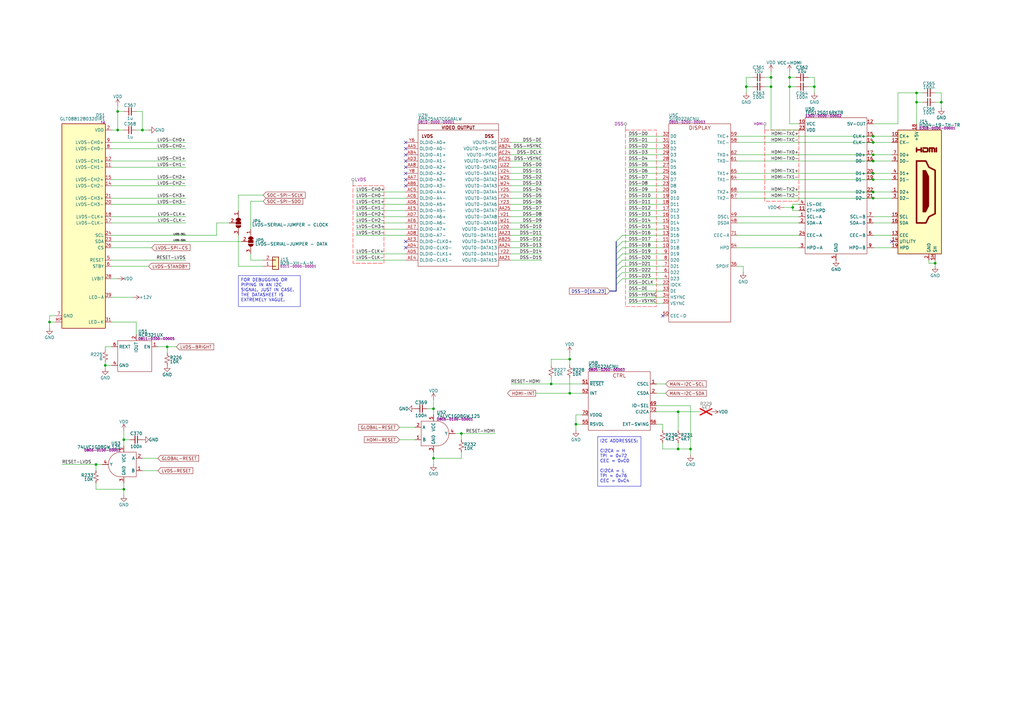
<source format=kicad_sch>
(kicad_sch (version 20250114) (generator "eeschema") (generator_version "9.0")
  (paper "A3")
  (title_block (title "Benchy Motherboard AM625 - Display") (rev "REV1") (company "Daxxn Industries") (comment 4 "Small net labels (≤0.65) are for clarity and do not connect to other nets."))
  (lib_symbols
    (symbol "DX_Capacitor_Ceramic:CL05A104KA5NNNC" (pin_numbers (hide yes)) (pin_names (hide yes))
      (property "Reference" "C" (at 2.794 1.778 0))
      (property "Value" "100n" (at 2.794 0 0))
      (symbol "CL05A104KA5NNNC_1_1"
        (pin passive line (at 0 2.54 270) (length 2.032) (name "~") (number "1"))
        (pin passive line (at 0 -2.54 90) (length 2.032) (name "~") (number "2"))
      )
    )
    (symbol "DX_Capacitor_Ceramic:CL05A105KO5NNNC" (pin_numbers (hide yes)) (pin_names (hide yes))
      (property "Reference" "C" (at 2.794 1.778 0))
      (property "Value" "1u" (at 2.794 0 0))
      (symbol "CL05A105KO5NNNC_1_1"
        (pin passive line (at 0 2.54 270) (length 2.032) (name "~") (number "1"))
        (pin passive line (at 0 -2.54 90) (length 2.032) (name "~") (number "2"))
      )
    )
    (symbol "DX_Capacitor_Ceramic:CL21A106KOQNNNE" (pin_numbers (hide yes)) (pin_names (hide yes))
      (property "Reference" "C" (at 2.794 1.778 0))
      (property "Value" "10u" (at 2.794 0 0))
      (symbol "CL21A106KOQNNNE_1_1"
        (pin passive line (at 0 2.54 270) (length 2.032) (name "~") (number "1"))
        (pin passive line (at 0 -2.54 90) (length 2.032) (name "~") (number "2"))
      )
    )
    (symbol "DX_Connector_HDMI:HD04-19-TH-TR"
      (property "Reference" "J" (at 8.636 3.556 0))
      (property "Value" "HD04-19-TH-TR" (at 8.636 2.032 0))
      (property "PartNumber" "0308-0000-00001" (at 8.636 0.762 0))
      (symbol "HD04-19-TH-TR_1_1"
        (pin passive line (at -2.54 -2.54 0) (length 2.54) (name "CK+") (number "10"))
        (pin passive line (at -2.54 -5.08 0) (length 2.54) (name "CK-") (number "12"))
        (pin passive line (at -2.54 -10.16 0) (length 2.54) (name "D0+") (number "7"))
        (pin passive line (at -2.54 -12.7 0) (length 2.54) (name "D0-") (number "9"))
        (pin passive line (at -2.54 -17.78 0) (length 2.54) (name "D1+") (number "4"))
        (pin passive line (at -2.54 -20.32 0) (length 2.54) (name "D1-") (number "6"))
        (pin passive line (at -2.54 -25.4 0) (length 2.54) (name "D2+") (number "1"))
        (pin passive line (at -2.54 -27.94 0) (length 2.54) (name "D2-") (number "3"))
        (pin passive line (at -2.54 -35.56 0) (length 2.54) (name "SCL") (number "15"))
        (pin bidirectional line (at -2.54 -38.1 0) (length 2.54) (name "SDA") (number "16"))
        (pin bidirectional line (at -2.54 -43.18 0) (length 2.54) (name "CEC") (number "13"))
        (pin passive line (at -2.54 -45.72 0) (length 2.54) (name "UTILITY") (number "14"))
        (pin passive line (at -2.54 -48.26 0) (length 2.54) (name "HPD") (number "19"))
        (pin power_in line (at 7.62 2.54 270) (length 2.54) (name "+5V") (number "18"))
        (pin power_in line (at 12.7 -53.34 90) (length 2.54) (hide yes) (name "GND") (number "11"))
        (pin power_in line (at 12.7 -53.34 90) (length 2.54) (hide yes) (name "GND") (number "17"))
        (pin power_in line (at 12.7 -53.34 90) (length 2.54) (name "GND") (number "2"))
        (pin power_in line (at 12.7 -53.34 90) (length 2.54) (hide yes) (name "GND") (number "5"))
        (pin power_in line (at 12.7 -53.34 90) (length 2.54) (hide yes) (name "GND") (number "8"))
        (pin passive line (at 15.24 -53.34 90) (length 2.54) (name "SH") (number "SH"))
      )
    )
    (symbol "DX_Connector_JST:B2B-XH-A-M" (pin_names (offset 1.016) (hide yes))
      (property "Reference" "J" (at 1.778 0.508 0))
      (property "Value" "B2B-XH-A-M" (at 1.778 -1.27 0))
      (property "PartNumber" "0311-0000-00001" (at 1.778 -2.794 0))
      (symbol "B2B-XH-A-M_1_1"
        (pin passive line (at -5.08 0 0) (length 3.81) (name "Pin_1") (number "1"))
        (pin passive line (at -5.08 -2.54 0) (length 3.81) (name "Pin_2") (number "2"))
      )
    )
    (symbol "DX_Device:R" (pin_numbers (hide yes)) (pin_names (offset 0.254) (hide yes))
      (property "Reference" "R" (at 1.016 0.635 0))
      (property "Value" "R" (at 1.016 -1.016 0))
      (symbol "R_1_1"
        (pin passive line (at 0 2.54 270) (length 1.016) (name "~") (number "1"))
        (pin passive line (at 0 -2.54 90) (length 1.016) (name "~") (number "2"))
      )
    )
    (symbol "DX_Device_Power:VCC-HDMI" (power) (pin_names (offset 0))
      (property "Value" "VCC-HDMI" (at 0 3.429 0))
      (symbol "VCC-HDMI_1_1"
        (pin power_in line (at 0 0 90) (length 0) (hide yes) (name "VCC-HDMI") (number "1"))
      )
    )
    (symbol "DX_Display_TFT:GLT0881280320IR1"
      (property "Reference" "DS" (at 0 3.556 0))
      (property "Value" "GLT0881280320IR1" (at 0 2.032 0))
      (property "PartNumber" "na" (at 0 0.762 0))
      (symbol "GLT0881280320IR1_1_1"
        (pin passive line (at -2.54 -2.54 0) (length 2.54) (name "VDD") (number "2"))
        (pin passive line (at -2.54 -2.54 0) (length 2.54) (hide yes) (name "VDD") (number "3"))
        (pin passive line (at -2.54 -7.62 0) (length 2.54) (name "LVDS-CH0+") (number "9"))
        (pin passive line (at -2.54 -10.16 0) (length 2.54) (name "LVDS-CH0-") (number "8"))
        (pin passive line (at -2.54 -15.24 0) (length 2.54) (name "LVDS-CH1+") (number "12"))
        (pin passive line (at -2.54 -17.78 0) (length 2.54) (name "LVDS-CH1-") (number "11"))
        (pin passive line (at -2.54 -22.86 0) (length 2.54) (name "LVDS-CH2+") (number "15"))
        (pin passive line (at -2.54 -25.4 0) (length 2.54) (name "LVDS-CH2-") (number "14"))
        (pin passive line (at -2.54 -30.48 0) (length 2.54) (name "LVDS-CH3+") (number "21"))
        (pin passive line (at -2.54 -33.02 0) (length 2.54) (name "LVDS-CH3-") (number "20"))
        (pin passive line (at -2.54 -38.1 0) (length 2.54) (name "LVDS-CLK+") (number "18"))
        (pin passive line (at -2.54 -40.64 0) (length 2.54) (name "LVDS-CLK-") (number "17"))
        (pin passive line (at -2.54 -45.72 0) (length 2.54) (name "SCL") (number "24"))
        (pin passive line (at -2.54 -48.26 0) (length 2.54) (name "SDA") (number "23"))
        (pin passive line (at -2.54 -50.8 0) (length 2.54) (name "CS") (number "26"))
        (pin passive line (at -2.54 -55.88 0) (length 2.54) (name "RESET") (number "5"))
        (pin passive line (at -2.54 -58.42 0) (length 2.54) (name "STBY") (number "6"))
        (pin passive line (at -2.54 -63.5 0) (length 2.54) (name "LVBIT") (number "28"))
        (pin passive line (at -2.54 -71.12 0) (length 2.54) (name "LED-A") (number "39"))
        (pin passive line (at -2.54 -71.12 0) (length 2.54) (hide yes) (name "LED-A") (number "40"))
        (pin passive line (at -2.54 -81.28 0) (length 2.54) (name "LED-K") (number "31"))
        (pin passive line (at -2.54 -81.28 0) (length 2.54) (hide yes) (name "LED-K") (number "32"))
        (pin passive line (at 11.43 -2.54 0) (length 2.54) (hide yes) (name "NC") (number "1"))
        (pin passive line (at 11.43 -5.08 0) (length 2.54) (hide yes) (name "NC") (number "4"))
        (pin passive line (at 11.43 -7.62 0) (length 2.54) (hide yes) (name "NC") (number "27"))
        (pin passive line (at 11.43 -10.16 0) (length 2.54) (hide yes) (name "NC") (number "29"))
        (pin passive line (at 11.43 -12.7 0) (length 2.54) (hide yes) (name "NC") (number "33"))
        (pin passive line (at 11.43 -15.24 0) (length 2.54) (hide yes) (name "NC") (number "34"))
        (pin passive line (at 11.43 -17.78 0) (length 2.54) (hide yes) (name "NC") (number "35"))
        (pin passive line (at 11.43 -20.32 0) (length 2.54) (hide yes) (name "NC") (number "36"))
        (pin passive line (at 11.43 -22.86 0) (length 2.54) (hide yes) (name "NC") (number "37"))
        (pin passive line (at 11.43 -25.4 0) (length 2.54) (hide yes) (name "NC") (number "38"))
        (pin passive line (at 20.32 -78.74 180) (length 2.54) (hide yes) (name "GND") (number "10"))
        (pin passive line (at 20.32 -78.74 180) (length 2.54) (hide yes) (name "GND") (number "13"))
        (pin passive line (at 20.32 -78.74 180) (length 2.54) (hide yes) (name "GND") (number "16"))
        (pin passive line (at 20.32 -78.74 180) (length 2.54) (hide yes) (name "GND") (number "19"))
        (pin passive line (at 20.32 -78.74 180) (length 2.54) (hide yes) (name "GND") (number "22"))
        (pin passive line (at 20.32 -78.74 180) (length 2.54) (hide yes) (name "GND") (number "25"))
        (pin passive line (at 20.32 -78.74 180) (length 2.54) (hide yes) (name "GND") (number "30"))
        (pin passive line (at 20.32 -78.74 180) (length 2.54) (name "GND") (number "7"))
        (pin passive line (at 20.32 -81.28 180) (length 2.54) (name "MountPin") (number "MP"))
      )
    )
    (symbol "DX_IC_Interface_HDMI:SII9022ACNU"
      (property "Reference" "U" (at 0 3.556 0))
      (property "Value" "SII9022ACNU" (at 0 2.032 0))
      (property "PartNumber" "0805-0200-00003" (at 0 0.762 0))
      (symbol "SII9022ACNU_1_0"
        (pin power_in line (at -2.54 -5.08 0) (length 2.54) (hide yes) (name "VCC-IO") (number "21"))
        (pin power_in line (at -2.54 -5.08 0) (length 2.54) (name "VCC-IO") (number "3"))
        (pin power_in line (at -2.54 -5.08 0) (length 2.54) (hide yes) (name "VCC-IO") (number "46"))
        (pin power_in line (at -2.54 -12.7 0) (length 2.54) (hide yes) (name "VCC-CORE") (number "12"))
        (pin power_in line (at -2.54 -12.7 0) (length 2.54) (hide yes) (name "VCC-CORE") (number "26"))
        (pin power_in line (at -2.54 -12.7 0) (length 2.54) (hide yes) (name "VCC-CORE") (number "42"))
        (pin power_in line (at -2.54 -12.7 0) (length 2.54) (hide yes) (name "VCC-CORE") (number "47"))
        (pin power_in line (at -2.54 -12.7 0) (length 2.54) (name "VCC-CORE") (number "5"))
        (pin power_in line (at -2.54 -12.7 0) (length 2.54) (hide yes) (name "VCC-CORE") (number "53"))
        (pin power_in line (at -2.54 -20.32 0) (length 2.54) (name "AVCC") (number "60"))
        (pin power_in line (at -2.54 -20.32 0) (length 2.54) (hide yes) (name "AVCC") (number "66"))
        (pin power_in line (at -2.54 -30.48 0) (length 2.54) (name "GND-CORE") (number "43"))
        (pin power_in line (at -2.54 -30.48 0) (length 2.54) (name "GND-CORE") (number "73"))
        (pin power_in line (at -2.54 -33.02 0) (length 2.54) (name "GND-IO") (number "57"))
        (pin power_in line (at -2.54 -35.56 0) (length 2.54) (name "AGND") (number "63"))
      )
      (symbol "SII9022ACNU_1_1"
        (text "x2" (at 5.842 -20.32 0) (effects (font (size 1.27 1.27)) (justify left)))
        (text "POWER" (at 7.62 -2.54 0) (effects (font (size 1.5 1.5)) (justify bottom)))
        (text "x3" (at 8.128 -5.08 0) (effects (font (size 1.27 1.27)) (justify left)))
        (text "x6" (at 10.16 -12.7 0) (effects (font (size 1.27 1.27)) (justify left)))
      )
      (symbol "SII9022ACNU_2_0"
        (pin input line (at -2.54 -5.08 0) (length 2.54) (name "~{RESET}") (number "51"))
        (pin output line (at -2.54 -8.89 0) (length 2.54) (name "INT") (number "52"))
        (pin passive line (at -2.54 -17.78 0) (length 2.54) (name "VDDQ") (number "70"))
        (pin passive line (at -2.54 -21.59 0) (length 2.54) (name "RSVDL") (number "55"))
        (pin bidirectional line (at 27.94 -5.08 180) (length 2.54) (name "CSCL") (number "1"))
        (pin bidirectional line (at 27.94 -8.89 180) (length 2.54) (name "CSDA") (number "2"))
        (pin input line (at 27.94 -13.97 180) (length 2.54) (name "IO-SEL") (number "69"))
        (pin input line (at 27.94 -16.51 180) (length 2.54) (name "CI2CA") (number "72"))
        (pin input line (at 27.94 -21.59 180) (length 2.54) (name "EXT-SWING") (number "56"))
      )
      (symbol "SII9022ACNU_2_1"
        (text "CTRL" (at 12.7 -2.54 0) (effects (font (size 1.5 1.5)) (justify bottom)))
      )
      (symbol "SII9022ACNU_3_0"
        (pin input line (at -2.54 -5.08 0) (length 2.54) (name "D0") (number "32"))
        (pin input line (at -2.54 -7.62 0) (length 2.54) (name "D1") (number "31"))
        (pin input line (at -2.54 -10.16 0) (length 2.54) (name "D2") (number "30"))
        (pin input line (at -2.54 -12.7 0) (length 2.54) (name "D3") (number "29"))
        (pin input line (at -2.54 -15.24 0) (length 2.54) (name "D4") (number "28"))
        (pin input line (at -2.54 -17.78 0) (length 2.54) (name "D5") (number "27"))
        (pin input line (at -2.54 -20.32 0) (length 2.54) (name "D6") (number "25"))
        (pin input line (at -2.54 -22.86 0) (length 2.54) (name "D7") (number "24"))
        (pin input line (at -2.54 -25.4 0) (length 2.54) (name "D8") (number "23"))
        (pin input line (at -2.54 -27.94 0) (length 2.54) (name "D9") (number "20"))
        (pin input line (at -2.54 -30.48 0) (length 2.54) (name "D10") (number "19"))
        (pin input line (at -2.54 -33.02 0) (length 2.54) (name "D11") (number "18"))
        (pin input line (at -2.54 -35.56 0) (length 2.54) (name "D12") (number "17"))
        (pin input line (at -2.54 -38.1 0) (length 2.54) (name "D13") (number "16"))
        (pin input line (at -2.54 -40.64 0) (length 2.54) (name "D14") (number "15"))
        (pin input line (at -2.54 -43.18 0) (length 2.54) (name "D15") (number "14"))
        (pin input line (at -2.54 -45.72 0) (length 2.54) (name "D16") (number "13"))
        (pin input line (at -2.54 -48.26 0) (length 2.54) (name "D17") (number "11"))
        (pin input line (at -2.54 -50.8 0) (length 2.54) (name "D18") (number "10"))
        (pin input line (at -2.54 -53.34 0) (length 2.54) (name "D19") (number "9"))
        (pin input line (at -2.54 -55.88 0) (length 2.54) (name "D20") (number "8"))
        (pin input line (at -2.54 -58.42 0) (length 2.54) (name "D21") (number "7"))
        (pin input line (at -2.54 -60.96 0) (length 2.54) (name "D22") (number "6"))
        (pin input line (at -2.54 -63.5 0) (length 2.54) (name "D23") (number "4"))
        (pin input line (at -2.54 -66.04 0) (length 2.54) (name "IDCK") (number "22"))
        (pin input line (at -2.54 -68.58 0) (length 2.54) (name "DE") (number "33"))
        (pin input line (at -2.54 -71.12 0) (length 2.54) (name "HSYNC") (number "34"))
        (pin input line (at -2.54 -73.66 0) (length 2.54) (name "VSYNC") (number "35"))
        (pin bidirectional line (at -2.54 -78.74 0) (length 2.54) (name "CEC-D") (number "50"))
        (pin output line (at 27.94 -5.08 180) (length 2.54) (name "TXC+") (number "59"))
        (pin output line (at 27.94 -7.62 180) (length 2.54) (name "TXC-") (number "58"))
        (pin output line (at 27.94 -12.7 180) (length 2.54) (name "TX0+") (number "62"))
        (pin output line (at 27.94 -15.24 180) (length 2.54) (name "TX0-") (number "61"))
        (pin output line (at 27.94 -20.32 180) (length 2.54) (name "TX1+") (number "65"))
        (pin output line (at 27.94 -22.86 180) (length 2.54) (name "TX1-") (number "64"))
        (pin output line (at 27.94 -27.94 180) (length 2.54) (name "TX2+") (number "68"))
        (pin output line (at 27.94 -30.48 180) (length 2.54) (name "TX2-") (number "67"))
        (pin bidirectional line (at 27.94 -38.1 180) (length 2.54) (name "DSCL") (number "49"))
        (pin bidirectional line (at 27.94 -40.64 180) (length 2.54) (name "DSDA") (number "48"))
        (pin bidirectional line (at 27.94 -45.72 180) (length 2.54) (name "CEC-A") (number "71"))
        (pin input line (at 27.94 -50.8 180) (length 2.54) (name "HPD") (number "54"))
        (pin input line (at 27.94 -58.42 180) (length 2.54) (name "SPDIF") (number "36"))
      )
      (symbol "SII9022ACNU_3_1"
        (text "DISPLAY" (at 12.7 -2.54 0) (effects (font (size 1.5 1.5)) (justify bottom)))
      )
      (symbol "SII9022ACNU_4_0"
        (pin input line (at -2.54 -5.08 0) (length 2.54) (name "I2S-SCK") (number "45"))
        (pin input line (at -2.54 -7.62 0) (length 2.54) (name "I2S-MCLK") (number "38"))
        (pin input line (at -2.54 -10.16 0) (length 2.54) (name "I2S-WS") (number "44"))
        (pin input line (at -2.54 -15.24 0) (length 2.54) (name "I2S-SD0") (number "41"))
        (pin input line (at -2.54 -17.78 0) (length 2.54) (name "I2S-SD1") (number "40"))
        (pin input line (at -2.54 -20.32 0) (length 2.54) (name "I2S-SD2") (number "39"))
        (pin input line (at -2.54 -22.86 0) (length 2.54) (name "I2S-SD3") (number "37"))
      )
      (symbol "SII9022ACNU_4_1"
        (text "AUDIO" (at 6.35 -2.54 0) (effects (font (size 1.5 1.5)) (justify bottom)))
      )
    )
    (symbol "DX_IC_Logic_AND:74LVC1G08GW,125"
      (property "Reference" "U" (at 1.27 9.144 0))
      (property "Value" "74LVC1G08GW,125" (at 1.27 7.366 0))
      (property "PartNumber" "0806-0100-00001" (at 1.27 5.842 0))
      (symbol "74LVC1G08GW,125_0_0"
        (pin input line (at -7.62 2.54 0) (length 2.54) (name "A") (number "2"))
        (pin input line (at -7.62 -2.54 0) (length 2.54) (name "B") (number "1"))
        (pin power_in line (at 0 7.62 270) (length 2.54) (name "VCC") (number "5"))
        (pin power_in line (at 0 -7.62 90) (length 2.54) (name "GND") (number "3"))
        (pin output line (at 8.89 0 180) (length 2.54) (name "Y") (number "4"))
      )
    )
    (symbol "DX_IC_MPU:AM6254ATCGGAALW"
      (property "Reference" "U" (at 0 3.556 0))
      (property "Value" "AM6254ATCGGAALW" (at 0 2.032 0))
      (property "PartNumber" "0810-0000-00001" (at 0 0.762 0))
      (symbol "AM6254ATCGGAALW_1_1"
        (text "x62" (at 5.08 -116.84 0) (effects (font (size 1.27 1.27)) (justify left)))
        (text "x2" (at 9.144 -10.16 0) (effects (font (size 1.27 1.27)) (justify left)))
        (text "x2" (at 9.144 -12.7 0) (effects (font (size 1.27 1.27)) (justify left)))
        (text "x2" (at 9.144 -15.24 0) (effects (font (size 1.27 1.27)) (justify left)))
        (text "x4" (at 9.144 -17.78 0) (effects (font (size 1.27 1.27)) (justify left)))
        (text "x4" (at 10.16 -66.04 0) (effects (font (size 1.27 1.27)) (justify left)))
        (text "x17" (at 10.16 -71.12 0) (effects (font (size 1.27 1.27)) (justify left)))
        (text "x8" (at 11.176 -73.66 0) (effects (font (size 1.27 1.27)) (justify left)))
        (text "x2" (at 12.446 -27.94 0) (effects (font (size 1.27 1.27)) (justify left)))
        (text "POWER" (at 12.7 -2.54 0) (effects (font (size 2 2) (bold yes))))
        (text "x2" (at 16.764 -53.34 0) (effects (font (size 1.27 1.27)) (justify left)))
        (pin power_in line (at -5.08 -5.08 0) (length 5.08) (name "VDDA-3P3-USB") (number "Y13"))
        (pin power_in line (at -5.08 -10.16 0) (length 5.08) (name "VDDSHV0") (number "F15"))
        (pin power_in line (at -5.08 -10.16 0) (length 5.08) (hide yes) (name "VDDSHV0") (number "G14"))
        (pin power_in line (at -5.08 -12.7 0) (length 5.08) (hide yes) (name "VDDSHV1") (number "L18"))
        (pin power_in line (at -5.08 -12.7 0) (length 5.08) (name "VDDSHV1") (number "M19"))
        (pin power_in line (at -5.08 -15.24 0) (length 5.08) (hide yes) (name "VDDSHV2") (number "W16"))
        (pin power_in line (at -5.08 -15.24 0) (length 5.08) (name "VDDSHV2") (number "W19"))
        (pin power_in line (at -5.08 -17.78 0) (length 5.08) (hide yes) (name "VDDSHV3") (number "N18"))
        (pin power_in line (at -5.08 -17.78 0) (length 5.08) (hide yes) (name "VDDSHV3") (number "P18"))
        (pin power_in line (at -5.08 -17.78 0) (length 5.08) (name "VDDSHV3") (number "T19"))
        (pin power_in line (at -5.08 -17.78 0) (length 5.08) (hide yes) (name "VDDSHV3") (number "U18"))
        (pin power_in line (at -5.08 -20.32 0) (length 5.08) (name "VDDSHV4") (number "T7"))
        (pin power_in line (at -5.08 -22.86 0) (length 5.08) (name "VDDSHV5") (number "G17"))
        (pin power_in line (at -5.08 -25.4 0) (length 5.08) (name "VDDSHV6") (number "J18"))
        (pin power_in line (at -5.08 -27.94 0) (length 5.08) (name "VDDSHV-MCU") (number "F11"))
        (pin power_in line (at -5.08 -27.94 0) (length 5.08) (hide yes) (name "VDDSHV-MCU") (number "G12"))
        (pin power_in line (at -5.08 -30.48 0) (length 5.08) (name "VDDSHV-CANUART") (number "H9"))
        (pin power_in line (at -5.08 -35.56 0) (length 5.08) (name "VDDA-MCU") (number "L11"))
        (pin power_in line (at -5.08 -38.1 0) (length 5.08) (name "VDDA-PLL0") (number "U11"))
        (pin power_in line (at -5.08 -40.64 0) (length 5.08) (name "VDDA-PLL1") (number "U15"))
        (pin power_in line (at -5.08 -43.18 0) (length 5.08) (name "VDDA-PLL2") (number "L14"))
        (pin power_in line (at -5.08 -45.72 0) (length 5.08) (name "VDDA-TEMP0") (number "T9"))
        (pin power_in line (at -5.08 -48.26 0) (length 5.08) (name "VDDA-TEMP1") (number "G16"))
        (pin power_in line (at -5.08 -50.8 0) (length 5.08) (name "VDDA-1P8-CSIRX0") (number "W14"))
        (pin power_in line (at -5.08 -53.34 0) (length 5.08) (name "VDDA-1P8-OLDI0") (number "W10"))
        (pin power_in line (at -5.08 -53.34 0) (length 5.08) (hide yes) (name "VDDA-1P8-OLDI0") (number "W9"))
        (pin power_in line (at -5.08 -55.88 0) (length 5.08) (name "VDDA-1P8-USB") (number "Y11"))
        (pin power_in line (at -5.08 -58.42 0) (length 5.08) (name "VDDS-OSC0") (number "G7"))
        (pin power_in line (at -5.08 -63.5 0) (length 5.08) (name "VDDS-DDR-C") (number "M9"))
        (pin power_in line (at -5.08 -66.04 0) (length 5.08) (name "VDDS-DDR") (number "K9"))
        (pin power_in line (at -5.08 -66.04 0) (length 5.08) (hide yes) (name "VDDS-DDR") (number "L8"))
        (pin power_in line (at -5.08 -66.04 0) (length 5.08) (hide yes) (name "VDDS-DDR") (number "P9"))
        (pin power_in line (at -5.08 -66.04 0) (length 5.08) (hide yes) (name "VDDS-DDR") (number "R8"))
        (pin power_in line (at -5.08 -71.12 0) (length 5.08) (name "VDD_CORE") (number "H8"))
        (pin power_in line (at -5.08 -71.12 0) (length 5.08) (hide yes) (name "VDD_CORE") (number "J11"))
        (pin power_in line (at -5.08 -71.12 0) (length 5.08) (hide yes) (name "VDD_CORE") (number "J14"))
        (pin power_in line (at -5.08 -71.12 0) (length 5.08) (hide yes) (name "VDD_CORE") (number "K17"))
        (pin power_in line (at -5.08 -71.12 0) (length 5.08) (hide yes) (name "VDD_CORE") (number "L12"))
        (pin power_in line (at -5.08 -71.12 0) (length 5.08) (hide yes) (name "VDD_CORE") (number "L15"))
        (pin power_in line (at -5.08 -71.12 0) (length 5.08) (hide yes) (name "VDD_CORE") (number "M16"))
        (pin power_in line (at -5.08 -71.12 0) (length 5.08) (hide yes) (name "VDD_CORE") (number "N11"))
        (pin power_in line (at -5.08 -71.12 0) (length 5.08) (hide yes) (name "VDD_CORE") (number "N13"))
        (pin power_in line (at -5.08 -71.12 0) (length 5.08) (hide yes) (name "VDD_CORE") (number "N8"))
        (pin power_in line (at -5.08 -71.12 0) (length 5.08) (hide yes) (name "VDD_CORE") (number "P17"))
        (pin power_in line (at -5.08 -71.12 0) (length 5.08) (hide yes) (name "VDD_CORE") (number "R11"))
        (pin power_in line (at -5.08 -71.12 0) (length 5.08) (hide yes) (name "VDD_CORE") (number "R14"))
        (pin power_in line (at -5.08 -71.12 0) (length 5.08) (hide yes) (name "VDD_CORE") (number "U12"))
        (pin power_in line (at -5.08 -71.12 0) (length 5.08) (hide yes) (name "VDD_CORE") (number "V15"))
        (pin power_in line (at -5.08 -71.12 0) (length 5.08) (hide yes) (name "VDD_CORE") (number "V17"))
        (pin power_in line (at -5.08 -71.12 0) (length 5.08) (hide yes) (name "VDD_CORE") (number "V8"))
        (pin power_in line (at -5.08 -73.66 0) (length 5.08) (name "VDDR-CORE") (number "J12"))
        (pin power_in line (at -5.08 -73.66 0) (length 5.08) (hide yes) (name "VDDR-CORE") (number "K16"))
        (pin power_in line (at -5.08 -73.66 0) (length 5.08) (hide yes) (name "VDDR-CORE") (number "N12"))
        (pin power_in line (at -5.08 -73.66 0) (length 5.08) (hide yes) (name "VDDR-CORE") (number "N14"))
        (pin power_in line (at -5.08 -73.66 0) (length 5.08) (hide yes) (name "VDDR-CORE") (number "P16"))
        (pin power_in line (at -5.08 -73.66 0) (length 5.08) (hide yes) (name "VDDR-CORE") (number "R12"))
        (pin power_in line (at -5.08 -73.66 0) (length 5.08) (hide yes) (name "VDDR-CORE") (number "T10"))
        (pin power_in line (at -5.08 -73.66 0) (length 5.08) (hide yes) (name "VDDR-CORE") (number "U14"))
        (pin power_in line (at -5.08 -76.2 0) (length 5.08) (name "VDD-CANUART") (number "F8"))
        (pin power_in line (at -5.08 -78.74 0) (length 5.08) (name "VDDA-CORE-CSIRX0") (number "W13"))
        (pin power_in line (at -5.08 -81.28 0) (length 5.08) (name "VDDA-CORE-USB") (number "W12"))
        (pin power_in line (at -5.08 -86.36 0) (length 5.08) (name "CAP-VDDS-CANUART") (number "G9"))
        (pin power_in line (at -5.08 -88.9 0) (length 5.08) (name "CAP-VDDS0") (number "H15"))
        (pin power_in line (at -5.08 -91.44 0) (length 5.08) (name "CAP-VDDS1") (number "K18"))
        (pin power_in line (at -5.08 -93.98 0) (length 5.08) (name "CAP-VDDS2") (number "W17"))
        (pin power_in line (at -5.08 -96.52 0) (length 5.08) (name "CAP-VDDS3") (number "P19"))
        (pin power_in line (at -5.08 -99.06 0) (length 5.08) (name "CAP-VDDS4") (number "U7"))
        (pin power_in line (at -5.08 -101.6 0) (length 5.08) (name "CAP-VDDS5") (number "H17"))
        (pin power_in line (at -5.08 -104.14 0) (length 5.08) (name "CAP-VDDS6") (number "J19"))
        (pin power_in line (at -5.08 -106.68 0) (length 5.08) (name "CAP-VDDS-MCU") (number "H11"))
        (pin power_in line (at -5.08 -116.84 0) (length 5.08) (name "VSS") (number "A1"))
        (pin power_in line (at -5.08 -116.84 0) (length 5.08) (hide yes) (name "VSS") (number "A24"))
        (pin power_in line (at -5.08 -116.84 0) (length 5.08) (hide yes) (name "VSS") (number "A25"))
        (pin power_in line (at -5.08 -116.84 0) (length 5.08) (hide yes) (name "VSS") (number "AA11"))
        (pin power_in line (at -5.08 -116.84 0) (length 5.08) (hide yes) (name "VSS") (number "AB9"))
        (pin power_in line (at -5.08 -116.84 0) (length 5.08) (hide yes) (name "VSS") (number "AD1"))
        (pin power_in line (at -5.08 -116.84 0) (length 5.08) (hide yes) (name "VSS") (number "AD12"))
        (pin power_in line (at -5.08 -116.84 0) (length 5.08) (hide yes) (name "VSS") (number "AD16"))
        (pin power_in line (at -5.08 -116.84 0) (length 5.08) (hide yes) (name "VSS") (number "AD25"))
        (pin power_in line (at -5.08 -116.84 0) (length 5.08) (hide yes) (name "VSS") (number "AD9"))
        (pin power_in line (at -5.08 -116.84 0) (length 5.08) (hide yes) (name "VSS") (number "AE1"))
        (pin power_in line (at -5.08 -116.84 0) (length 5.08) (hide yes) (name "VSS") (number "AE12"))
        (pin power_in line (at -5.08 -116.84 0) (length 5.08) (hide yes) (name "VSS") (number "AE16"))
        (pin power_in line (at -5.08 -116.84 0) (length 5.08) (hide yes) (name "VSS") (number "AE24"))
        (pin power_in line (at -5.08 -116.84 0) (length 5.08) (hide yes) (name "VSS") (number "AE25"))
        (pin power_in line (at -5.08 -116.84 0) (length 5.08) (hide yes) (name "VSS") (number "AE8"))
        (pin power_in line (at -5.08 -116.84 0) (length 5.08) (hide yes) (name "VSS") (number "B25"))
        (pin power_in line (at -5.08 -116.84 0) (length 5.08) (hide yes) (name "VSS") (number "F13"))
        (pin power_in line (at -5.08 -116.84 0) (length 5.08) (hide yes) (name "VSS") (number "G13"))
        (pin power_in line (at -5.08 -116.84 0) (length 5.08) (hide yes) (name "VSS") (number "G19"))
        (pin power_in line (at -5.08 -116.84 0) (length 5.08) (hide yes) (name "VSS") (number "H13"))
        (pin power_in line (at -5.08 -116.84 0) (length 5.08) (hide yes) (name "VSS") (number "H16"))
        (pin power_in line (at -5.08 -116.84 0) (length 5.08) (hide yes) (name "VSS") (number "H18"))
        (pin power_in line (at -5.08 -116.84 0) (length 5.08) (hide yes) (name "VSS") (number "H20"))
        (pin power_in line (at -5.08 -116.84 0) (length 5.08) (hide yes) (name "VSS") (number "J13"))
        (pin power_in line (at -5.08 -116.84 0) (length 5.08) (hide yes) (name "VSS") (number "J7"))
        (pin power_in line (at -5.08 -116.84 0) (length 5.08) (hide yes) (name "VSS") (number "K13"))
        (pin power_in line (at -5.08 -116.84 0) (length 5.08) (hide yes) (name "VSS") (number "K15"))
        (pin power_in line (at -5.08 -116.84 0) (length 5.08) (hide yes) (name "VSS") (number "K19"))
        (pin power_in line (at -5.08 -116.84 0) (length 5.08) (hide yes) (name "VSS") (number "K7"))
        (pin power_in line (at -5.08 -116.84 0) (length 5.08) (hide yes) (name "VSS") (number "L20"))
        (pin power_in line (at -5.08 -116.84 0) (length 5.08) (hide yes) (name "VSS") (number "M10"))
        (pin power_in line (at -5.08 -116.84 0) (length 5.08) (hide yes) (name "VSS") (number "M12"))
        (pin power_in line (at -5.08 -116.84 0) (length 5.08) (hide yes) (name "VSS") (number "M13"))
        (pin power_in line (at -5.08 -116.84 0) (length 5.08) (hide yes) (name "VSS") (number "M17"))
        (pin power_in line (at -5.08 -116.84 0) (length 5.08) (hide yes) (name "VSS") (number "M18"))
        (pin power_in line (at -5.08 -116.84 0) (length 5.08) (hide yes) (name "VSS") (number "M7"))
        (pin power_in line (at -5.08 -116.84 0) (length 5.08) (hide yes) (name "VSS") (number "M8"))
        (pin power_in line (at -5.08 -116.84 0) (length 5.08) (hide yes) (name "VSS") (number "N15"))
        (pin power_in line (at -5.08 -116.84 0) (length 5.08) (hide yes) (name "VSS") (number "P10"))
        (pin power_in line (at -5.08 -116.84 0) (length 5.08) (hide yes) (name "VSS") (number "P13"))
        (pin power_in line (at -5.08 -116.84 0) (length 5.08) (hide yes) (name "VSS") (number "P7"))
        (pin power_in line (at -5.08 -116.84 0) (length 5.08) (hide yes) (name "VSS") (number "R13"))
        (pin power_in line (at -5.08 -116.84 0) (length 5.08) (hide yes) (name "VSS") (number "R15"))
        (pin power_in line (at -5.08 -116.84 0) (length 5.08) (hide yes) (name "VSS") (number "R18"))
        (pin power_in line (at -5.08 -116.84 0) (length 5.08) (hide yes) (name "VSS") (number "R20"))
        (pin power_in line (at -5.08 -116.84 0) (length 5.08) (hide yes) (name "VSS") (number "T13"))
        (pin power_in line (at -5.08 -116.84 0) (length 5.08) (hide yes) (name "VSS") (number "T14"))
        (pin power_in line (at -5.08 -116.84 0) (length 5.08) (hide yes) (name "VSS") (number "T16"))
        (pin power_in line (at -5.08 -116.84 0) (length 5.08) (hide yes) (name "VSS") (number "T17"))
        (pin power_in line (at -5.08 -116.84 0) (length 5.08) (hide yes) (name "VSS") (number "T18"))
        (pin power_in line (at -5.08 -116.84 0) (length 5.08) (hide yes) (name "VSS") (number "T8"))
        (pin power_in line (at -5.08 -116.84 0) (length 5.08) (hide yes) (name "VSS") (number "U19"))
        (pin power_in line (at -5.08 -116.84 0) (length 5.08) (hide yes) (name "VSS") (number "U8"))
        (pin power_in line (at -5.08 -116.84 0) (length 5.08) (hide yes) (name "VSS") (number "V10"))
        (pin power_in line (at -5.08 -116.84 0) (length 5.08) (hide yes) (name "VSS") (number "V11"))
        (pin power_in line (at -5.08 -116.84 0) (length 5.08) (hide yes) (name "VSS") (number "V13"))
        (pin power_in line (at -5.08 -116.84 0) (length 5.08) (hide yes) (name "VSS") (number "V16"))
        (pin power_in line (at -5.08 -116.84 0) (length 5.08) (hide yes) (name "VSS") (number "V18"))
        (pin power_in line (at -5.08 -116.84 0) (length 5.08) (hide yes) (name "VSS") (number "V9"))
        (pin power_in line (at -5.08 -116.84 0) (length 5.08) (hide yes) (name "VSS") (number "W7"))
        (pin power_in line (at -5.08 -116.84 0) (length 5.08) (hide yes) (name "VSS") (number "Y2"))
        (pin no_connect line (at 11.43 38.1 0) (length 5.08) (hide yes) (name "RSVD0") (number "B1"))
        (pin no_connect line (at 11.43 35.56 0) (length 5.08) (hide yes) (name "RSVD1") (number "A2"))
        (pin no_connect line (at 11.43 33.02 0) (length 5.08) (hide yes) (name "RSVD2") (number "F6"))
        (pin no_connect line (at 11.43 30.48 0) (length 5.08) (hide yes) (name "RSVD3") (number "AE2"))
        (pin no_connect line (at 11.43 27.94 0) (length 5.08) (hide yes) (name "RSVD4") (number "T2"))
        (pin no_connect line (at 11.43 25.4 0) (length 5.08) (hide yes) (name "RSVD5") (number "U4"))
        (pin no_connect line (at 11.43 22.86 0) (length 5.08) (hide yes) (name "RSVD6") (number "AA12"))
        (pin no_connect line (at 11.43 20.32 0) (length 5.08) (hide yes) (name "RSVD7") (number "Y15"))
        (pin no_connect line (at 11.43 17.78 0) (length 5.08) (hide yes) (name "RSVD8") (number "E7"))
        (pin power_in line (at 30.48 -6.35 180) (length 5.08) (name "VPP") (number "J8"))
      )
      (symbol "AM6254ATCGGAALW_2_1"
        (text "CONTROL" (at 19.05 -1.27 0) (effects (font (size 1.27 1.27) (bold yes))))
        (text "MCU" (at 19.05 -24.384 0) (effects (font (size 1.27 1.27) (bold yes))))
        (pin input line (at -5.08 -3.81 0) (length 5.08) (name "~{RESET-REQ}") (number "F20"))
        (pin input line (at -5.08 -6.35 0) (length 5.08) (name "MCU-~{RESET}") (number "E11"))
        (pin input line (at -5.08 -11.43 0) (length 5.08) (name "EXTINTn") (number "D16"))
        (pin input line (at -5.08 -15.24 0) (length 5.08) (name "EXT-REFCLK1") (number "A18"))
        (pin input line (at -5.08 -20.32 0) (length 5.08) (name "~{MCU-POR}") (number "D2"))
        (pin input line (at -5.08 -30.48 0) (length 5.08) (name "MCU-OSC0-XI") (number "B2"))
        (pin output line (at -5.08 -33.02 0) (length 5.08) (name "MCU-OSC0-XO") (number "A3"))
        (pin input line (at -5.08 -40.64 0) (length 5.08) (name "WKUP-LFOSC0-XI") (number "C2"))
        (pin output line (at -5.08 -43.18 0) (length 5.08) (name "WKUP-LFOSC0-XO") (number "C1"))
        (pin bidirectional line (at -5.08 -50.8 0) (length 5.08) (name "MCU-UART0-TXD") (number "A5"))
        (pin input line (at -5.08 -53.34 0) (length 5.08) (name "MCU-UART0-RXD") (number "B5"))
        (pin bidirectional line (at -5.08 -55.88 0) (length 5.08) (name "MCU-UART0-CTSn") (number "A6"))
        (pin output line (at -5.08 -58.42 0) (length 5.08) (name "MCU-UART0-RTSn") (number "B6"))
        (pin output line (at 43.18 -3.81 180) (length 5.08) (name "~{RESETSTA}") (number "F22"))
        (pin output line (at 43.18 -6.35 180) (length 5.08) (name "MCU-~{RESET-STAT}") (number "B12"))
        (pin output line (at 43.18 -11.43 180) (length 5.08) (name "PMIC-LPM-EN0") (number "B7"))
        (pin bidirectional line (at 43.18 -15.24 180) (length 5.08) (name "MCU-~{ERROR}") (number "D1"))
        (pin output line (at 43.18 -20.32 180) (length 5.08) (name "~{POR}-OUT") (number "E21"))
        (pin bidirectional line (at 43.18 -27.94 180) (length 5.08) (name "MCU-I2C0-SCL") (number "A8"))
        (pin bidirectional line (at 43.18 -30.48 180) (length 5.08) (name "MCU-I2C0-SDA") (number "D10"))
        (pin input line (at 43.18 -35.56 180) (length 5.08) (name "MCU-MCAN0-RX") (number "B3"))
        (pin output line (at 43.18 -38.1 180) (length 5.08) (name "MCU-MCAN0-TX") (number "D6"))
        (pin input line (at 43.18 -40.64 180) (length 5.08) (name "MCU-MCAN1-RX") (number "D4"))
        (pin output line (at 43.18 -43.18 180) (length 5.08) (name "MCU-MCAN1-TX") (number "E5"))
        (pin bidirectional line (at 43.18 -48.26 180) (length 5.08) (name "MCU-SPI0-CLK") (number "A7"))
        (pin bidirectional line (at 43.18 -50.8 180) (length 5.08) (name "MCU-SPI0-D0") (number "D9"))
        (pin bidirectional line (at 43.18 -53.34 180) (length 5.08) (name "MCU-SPI0-D1") (number "C9"))
        (pin bidirectional line (at 43.18 -55.88 180) (length 5.08) (name "MCU-SPI0-CS0") (number "E8"))
        (pin bidirectional line (at 43.18 -58.42 180) (length 5.08) (name "MCU-SPI0-CS1") (number "B8"))
      )
      (symbol "AM6254ATCGGAALW_3_1"
        (text "DEBUG" (at 6.35 -1.524 0) (effects (font (size 1.27 1.27) (bold yes))))
        (pin bidirectional line (at -5.08 -5.08 0) (length 5.08) (name "EMU0") (number "E12"))
        (pin bidirectional line (at -5.08 -7.62 0) (length 5.08) (name "EMU1") (number "C11"))
        (pin input line (at -5.08 -12.7 0) (length 5.08) (name "TCK") (number "A10"))
        (pin input line (at -5.08 -15.24 0) (length 5.08) (name "TDI") (number "A11"))
        (pin output line (at -5.08 -17.78 0) (length 5.08) (name "TDO") (number "D12"))
        (pin input line (at -5.08 -20.32 0) (length 5.08) (name "TMS") (number "B11"))
        (pin input line (at -5.08 -22.86 0) (length 5.08) (name "~{TRST}") (number "B10"))
      )
      (symbol "AM6254ATCGGAALW_4_1"
        (text "DDR MEMORY" (at 25.4 -1.524 0) (effects (font (size 1.27 1.27) (bold yes))))
        (pin bidirectional line (at -5.08 -10.16 0) (length 5.08) (name "DDR0-~{ALERT}") (number "R3"))
        (pin output line (at -5.08 -12.7 0) (length 5.08) (name "DDR0-~{CAS}") (number "M4"))
        (pin output line (at -5.08 -15.24 0) (length 5.08) (name "DDR0-PAR") (number "T1"))
        (pin output line (at -5.08 -17.78 0) (length 5.08) (name "DDR0-~{WE}") (number "N3"))
        (pin output line (at -5.08 -20.32 0) (length 5.08) (name "DDR0-~{RAS}") (number "M5"))
        (pin output line (at -5.08 -22.86 0) (length 5.08) (name "DDR0-~{ACT}") (number "N6"))
        (pin output line (at -5.08 -25.4 0) (length 5.08) (name "DDR0-~{RESET0}") (number "G1"))
        (pin output line (at -5.08 -33.02 0) (length 5.08) (name "DDR0-CK0+") (number "L1"))
        (pin output line (at -5.08 -35.56 0) (length 5.08) (name "DDR0-CK0-") (number "L2"))
        (pin output line (at -5.08 -40.64 0) (length 5.08) (name "DDR0-~{CS0}") (number "L6"))
        (pin output line (at -5.08 -43.18 0) (length 5.08) (name "DDR0-~{CS1}") (number "K2"))
        (pin output line (at -5.08 -48.26 0) (length 5.08) (name "DDR0-BA0") (number "M1"))
        (pin output line (at -5.08 -50.8 0) (length 5.08) (name "DDR0-BA1") (number "N1"))
        (pin output line (at -5.08 -58.42 0) (length 5.08) (name "DDR0-CKE0") (number "H2"))
        (pin output line (at -5.08 -60.96 0) (length 5.08) (name "DDR0-CKE1") (number "J4"))
        (pin bidirectional line (at -5.08 -66.04 0) (length 5.08) (name "DDR0-DM0") (number "H5"))
        (pin bidirectional line (at -5.08 -68.58 0) (length 5.08) (name "DDR0-DM1") (number "W5"))
        (pin output line (at -5.08 -73.66 0) (length 5.08) (name "DDR0-BG0") (number "T4"))
        (pin output line (at -5.08 -76.2 0) (length 5.08) (name "DDR0-BG1") (number "N2"))
        (pin output line (at -5.08 -81.28 0) (length 5.08) (name "DDR0-ODT0") (number "H1"))
        (pin output line (at -5.08 -83.82 0) (length 5.08) (name "DDR0-ODT1") (number "J3"))
        (pin passive line (at -5.08 -93.98 0) (length 5.08) (name "DDR0-CAL0") (number "M2"))
        (pin output line (at 55.88 -5.08 180) (length 5.08) (name "DDR0-A0") (number "J1"))
        (pin output line (at 55.88 -7.62 180) (length 5.08) (name "DDR0-A1") (number "J2"))
        (pin output line (at 55.88 -10.16 180) (length 5.08) (name "DDR0-A2") (number "K3"))
        (pin output line (at 55.88 -12.7 180) (length 5.08) (name "DDR0-A3") (number "L5"))
        (pin output line (at 55.88 -15.24 180) (length 5.08) (name "DDR0-A4") (number "K4"))
        (pin output line (at 55.88 -17.78 180) (length 5.08) (name "DDR0-A5") (number "K1"))
        (pin output line (at 55.88 -20.32 180) (length 5.08) (name "DDR0-A6") (number "R2"))
        (pin output line (at 55.88 -22.86 180) (length 5.08) (name "DDR0-A7") (number "P2"))
        (pin output line (at 55.88 -25.4 180) (length 5.08) (name "DDR0-A8") (number "P1"))
        (pin output line (at 55.88 -27.94 180) (length 5.08) (name "DDR0-A9") (number "P4"))
        (pin output line (at 55.88 -30.48 180) (length 5.08) (name "DDR0-A10") (number "R5"))
        (pin output line (at 55.88 -33.02 180) (length 5.08) (name "DDR0-A11") (number "P5"))
        (pin output line (at 55.88 -35.56 180) (length 5.08) (name "DDR0-A12") (number "R6"))
        (pin output line (at 55.88 -38.1 180) (length 5.08) (name "DDR0-A13") (number "R1"))
        (pin bidirectional line (at 55.88 -45.72 180) (length 5.08) (name "DDR0-DQ0") (number "F4"))
        (pin bidirectional line (at 55.88 -48.26 180) (length 5.08) (name "DDR0-DQ1") (number "G5"))
        (pin bidirectional line (at 55.88 -50.8 180) (length 5.08) (name "DDR0-DQ2") (number "F3"))
        (pin bidirectional line (at 55.88 -53.34 180) (length 5.08) (name "DDR0-DQ3") (number "H6"))
        (pin bidirectional line (at 55.88 -55.88 180) (length 5.08) (name "DDR0-DQ4") (number "E3"))
        (pin bidirectional line (at 55.88 -58.42 180) (length 5.08) (name "DDR0-DQ5") (number "G2"))
        (pin bidirectional line (at 55.88 -60.96 180) (length 5.08) (name "DDR0-DQ6") (number "F2"))
        (pin bidirectional line (at 55.88 -63.5 180) (length 5.08) (name "DDR0-DQ7") (number "F1"))
        (pin bidirectional line (at 55.88 -66.04 180) (length 5.08) (name "DDR0-DQS0+") (number "E1"))
        (pin bidirectional line (at 55.88 -68.58 180) (length 5.08) (name "DDR0-DQS0-") (number "E2"))
        (pin bidirectional line (at 55.88 -71.12 180) (length 5.08) (name "DDR0-DQ8") (number "U1"))
        (pin bidirectional line (at 55.88 -73.66 180) (length 5.08) (name "DDR0-DQ9") (number "U3"))
        (pin bidirectional line (at 55.88 -76.2 180) (length 5.08) (name "DDR0-DQ10") (number "U2"))
        (pin bidirectional line (at 55.88 -78.74 180) (length 5.08) (name "DDR0-DQ11") (number "V5"))
        (pin bidirectional line (at 55.88 -81.28 180) (length 5.08) (name "DDR0-DQ12") (number "W2"))
        (pin bidirectional line (at 55.88 -83.82 180) (length 5.08) (name "DDR0-DQ13") (number "V6"))
        (pin bidirectional line (at 55.88 -86.36 180) (length 5.08) (name "DDR0-DQ14") (number "Y1"))
        (pin bidirectional line (at 55.88 -88.9 180) (length 5.08) (name "DDR0-DQ15") (number "W1"))
        (pin bidirectional line (at 55.88 -91.44 180) (length 5.08) (name "DDR0-DQS1+") (number "V1"))
        (pin bidirectional line (at 55.88 -93.98 180) (length 5.08) (name "DDR0-DQS1-") (number "V2"))
      )
      (symbol "AM6254ATCGGAALW_5_1"
        (text "POWER MONITORS" (at 10.16 -1.524 0) (effects (font (size 1.27 1.27) (bold yes))))
        (pin input line (at -5.08 -5.08 0) (length 5.08) (name "VMON-1P8-SOC") (number "G10"))
        (pin input line (at -5.08 -10.16 0) (length 5.08) (name "VMON-3P3-SOC") (number "K10"))
        (pin input line (at -5.08 -15.24 0) (length 5.08) (name "VMON-VSYS") (number "H10"))
      )
      (symbol "AM6254ATCGGAALW_6_1"
        (text "ETHERNET" (at 19.05 -1.524 0) (effects (font (size 1.27 1.27) (bold yes))))
        (pin input line (at -5.08 -5.08 0) (length 5.08) (name "RGMII1-RXC") (number "AD17"))
        (pin input line (at -5.08 -7.62 0) (length 5.08) (name "RGMII1-RX-CTL") (number "AE17"))
        (pin output line (at -5.08 -10.16 0) (length 5.08) (name "RGMII1-TXC") (number "AE19"))
        (pin output line (at -5.08 -12.7 0) (length 5.08) (name "RGMII1-TX-CTL") (number "AD19"))
        (pin input line (at -5.08 -16.51 0) (length 5.08) (name "RGMII1-RD0") (number "AB17"))
        (pin input line (at -5.08 -19.05 0) (length 5.08) (name "RGMII1-RD1") (number "AC17"))
        (pin input line (at -5.08 -21.59 0) (length 5.08) (name "RGMII1-RD2") (number "AB16"))
        (pin input line (at -5.08 -24.13 0) (length 5.08) (name "RGMII1-RD3") (number "AA15"))
        (pin output line (at -5.08 -27.94 0) (length 5.08) (name "RGMII1-TD0") (number "AE20"))
        (pin output line (at -5.08 -30.48 0) (length 5.08) (name "RGMII1-TD1") (number "AD20"))
        (pin output line (at -5.08 -33.02 0) (length 5.08) (name "RGMII1-TD2") (number "AE18"))
        (pin output line (at -5.08 -35.56 0) (length 5.08) (name "RGMII1-TD3") (number "AD18"))
        (pin input line (at 43.18 -5.08 180) (length 5.08) (name "RGMII2-RXC") (number "AD23"))
        (pin input line (at 43.18 -7.62 180) (length 5.08) (name "RGMII2-RX-CTL") (number "AD22"))
        (pin output line (at 43.18 -10.16 180) (length 5.08) (name "RGMII2-TXC") (number "AE21"))
        (pin output line (at 43.18 -12.7 180) (length 5.08) (name "RGMII2-TX-CTL") (number "AA19"))
        (pin input line (at 43.18 -16.51 180) (length 5.08) (name "RGMII2-RD0") (number "AE23"))
        (pin input line (at 43.18 -19.05 180) (length 5.08) (name "RGMII2-RD1") (number "AB20"))
        (pin input line (at 43.18 -21.59 180) (length 5.08) (name "RGMII2-RD2") (number "AC21"))
        (pin input line (at 43.18 -24.13 180) (length 5.08) (name "RGMII2-RD3") (number "AE22"))
        (pin output line (at 43.18 -27.94 180) (length 5.08) (name "RGMII2-TD0") (number "Y18"))
        (pin output line (at 43.18 -30.48 180) (length 5.08) (name "RGMII2-TD1") (number "AA18"))
        (pin output line (at 43.18 -33.02 180) (length 5.08) (name "RGMII2-TD2") (number "AD21"))
        (pin output line (at 43.18 -35.56 180) (length 5.08) (name "RGMII2-TD3") (number "AC20"))
        (pin output line (at 43.18 -40.64 180) (length 5.08) (name "MDIO0-MDC") (number "AD24"))
        (pin bidirectional line (at 43.18 -43.18 180) (length 5.08) (name "MDIO0-MDIO") (number "AB22"))
      )
      (symbol "AM6254ATCGGAALW_7_1"
        (text "USB" (at 11.43 -1.27 0) (effects (font (size 1.27 1.27) (bold yes))))
        (pin input line (at 27.94 -3.81 180) (length 5.08) (name "USB0-VBUS") (number "AC11"))
        (pin bidirectional line (at 27.94 -11.43 180) (length 5.08) (name "USB0-D+") (number "AD11"))
        (pin bidirectional line (at 27.94 -13.97 180) (length 5.08) (name "USB0-D-") (number "AE11"))
        (pin output line (at 27.94 -21.59 180) (length 5.08) (name "USB0-DRVVBUS") (number "C20"))
        (pin input line (at 27.94 -24.13 180) (length 5.08) (name "USB0-RCALIB") (number "AE10"))
        (pin input line (at 27.94 -31.75 180) (length 5.08) (name "USB1-VBUS") (number "AB10"))
        (pin bidirectional line (at 27.94 -39.37 180) (length 5.08) (name "USB1-D+") (number "AE9"))
        (pin bidirectional line (at 27.94 -41.91 180) (length 5.08) (name "USB1-D-") (number "AD10"))
        (pin output line (at 27.94 -49.53 180) (length 5.08) (name "USB1-DRVVBUS") (number "F18"))
        (pin input line (at 27.94 -52.07 180) (length 5.08) (name "USB1-RCALIB") (number "AC9"))
      )
      (symbol "AM6254ATCGGAALW_8_1"
        (text "CAMERA" (at 8.89 -2.54 0) (effects (font (size 1.27 1.27) (bold yes))))
        (pin input line (at -5.08 -5.08 0) (length 5.08) (name "CSI0-RX0+") (number "AC15"))
        (pin input line (at -5.08 -7.62 0) (length 5.08) (name "CSI0-RX0-") (number "AB14"))
        (pin input line (at -5.08 -12.7 0) (length 5.08) (name "CSI0-RX1+") (number "AE14"))
        (pin input line (at -5.08 -15.24 0) (length 5.08) (name "CSI0-RX1-") (number "AD14"))
        (pin input line (at -5.08 -20.32 0) (length 5.08) (name "CSI0-RX2+") (number "AE13"))
        (pin input line (at -5.08 -22.86 0) (length 5.08) (name "CSI0-RX2-") (number "AD13"))
        (pin input line (at -5.08 -27.94 0) (length 5.08) (name "CSI0-RX3+") (number "AC13"))
        (pin input line (at -5.08 -30.48 0) (length 5.08) (name "CSI0-RX3-") (number "AB12"))
        (pin input line (at -5.08 -35.56 0) (length 5.08) (name "CSI0-RXCLK+") (number "AE15"))
        (pin input line (at -5.08 -38.1 0) (length 5.08) (name "CSI0-RXCLK-") (number "AD15"))
        (pin input line (at -5.08 -43.18 0) (length 5.08) (name "CSI0-RXRCALIB") (number "AA14"))
      )
      (symbol "AM6254ATCGGAALW_9_1"
        (text "OCTAL SPI MEMORY" (at 11.43 -1.524 0) (effects (font (size 1.27 1.27) (bold yes))))
        (pin output line (at -5.08 -5.08 0) (length 5.08) (name "OSPI0-CLK") (number "H24"))
        (pin bidirectional line (at -5.08 -7.62 0) (length 5.08) (name "OSPI0-LBCLKO") (number "G25"))
        (pin input line (at -5.08 -10.16 0) (length 5.08) (name "OSPI0-DQS") (number "J24"))
        (pin output line (at -5.08 -17.78 0) (length 5.08) (name "OSPI0-~{CS}0") (number "F23"))
        (pin output line (at -5.08 -20.32 0) (length 5.08) (name "OSPI0-~{CS}1") (number "G21") (alternate "GPIO0-12" bidirectional line))
        (pin output line (at -5.08 -22.86 0) (length 5.08) (name "OSPI0-~{CS}2") (number "H21") (alternate "GPIO0-13" bidirectional line))
        (pin output line (at -5.08 -25.4 0) (length 5.08) (name "OSPI0-~{CS}3") (number "E24") (alternate "OSPI0-RESET-OUT0" output line))
        (pin bidirectional line (at -5.08 -30.48 0) (length 5.08) (name "OSPI0-D0") (number "E25"))
        (pin bidirectional line (at -5.08 -33.02 0) (length 5.08) (name "OSPI0-D1") (number "G24"))
        (pin bidirectional line (at -5.08 -35.56 0) (length 5.08) (name "OSPI0-D2") (number "F25"))
        (pin bidirectional line (at -5.08 -38.1 0) (length 5.08) (name "OSPI0-D3") (number "F24"))
        (pin bidirectional line (at -5.08 -40.64 0) (length 5.08) (name "OSPI0-D4") (number "J23"))
        (pin bidirectional line (at -5.08 -43.18 0) (length 5.08) (name "OSPI0-D5") (number "J25"))
        (pin bidirectional line (at -5.08 -45.72 0) (length 5.08) (name "OSPI0-D6") (number "H25"))
        (pin bidirectional line (at -5.08 -48.26 0) (length 5.08) (name "OSPI0-D7") (number "J22"))
      )
      (symbol "AM6254ATCGGAALW_10_1"
        (text "GENERAL SERIAL INTERFACES" (at 19.05 -1.524 0) (effects (font (size 1.27 1.27) (bold yes))))
        (pin bidirectional line (at -5.08 -5.08 0) (length 5.08) (name "GPMC0-AD0") (number "M25") (alternate "GPIO0-15" bidirectional line))
        (pin bidirectional line (at -5.08 -7.62 0) (length 5.08) (name "GPMC0-AD1") (number "N23") (alternate "GPIO0-16" bidirectional line))
        (pin bidirectional line (at -5.08 -10.16 0) (length 5.08) (name "GPMC0-AD2") (number "N24") (alternate "GPIO0-17" bidirectional line))
        (pin bidirectional line (at -5.08 -12.7 0) (length 5.08) (name "GPMC0-AD3") (number "N25") (alternate "GPIO0-18" bidirectional line))
        (pin bidirectional line (at -5.08 -15.24 0) (length 5.08) (name "GPMC0-AD4") (number "P24") (alternate "GPIO0-19" bidirectional line))
        (pin bidirectional line (at -5.08 -17.78 0) (length 5.08) (name "GPMC0-AD5") (number "P22") (alternate "GPIO0-20" bidirectional line))
        (pin bidirectional line (at -5.08 -20.32 0) (length 5.08) (name "GPMC0-AD6") (number "P21") (alternate "GPIO0-21" bidirectional line))
        (pin bidirectional line (at -5.08 -22.86 0) (length 5.08) (name "GPMC0-AD7") (number "R23") (alternate "GPIO0-22" bidirectional line))
        (pin bidirectional line (at -5.08 -25.4 0) (length 5.08) (name "GPMC0-AD8") (number "R24") (alternate "VOUT0-DATA16" output line))
        (pin bidirectional line (at -5.08 -27.94 0) (length 5.08) (name "GPMC0-AD9") (number "R25") (alternate "VOUT0-DATA17" output line))
        (pin bidirectional line (at -5.08 -30.48 0) (length 5.08) (name "GPMC0-AD10") (number "T25") (alternate "VOUT0-DATA18" output line))
        (pin bidirectional line (at -5.08 -33.02 0) (length 5.08) (name "GPMC0-AD11") (number "R21") (alternate "VOUT0-DATA19" output line))
        (pin bidirectional line (at -5.08 -35.56 0) (length 5.08) (name "GPMC0-AD12") (number "T22") (alternate "VOUT0-DATA20" output line))
        (pin bidirectional line (at -5.08 -38.1 0) (length 5.08) (name "GPMC0-AD13") (number "T24") (alternate "VOUT0-DATA21" output line))
        (pin bidirectional line (at -5.08 -40.64 0) (length 5.08) (name "GPMC0-AD14") (number "U25") (alternate "VOUT0-DATA22" output line))
        (pin bidirectional line (at -5.08 -43.18 0) (length 5.08) (name "GPMC0-AD15") (number "U24") (alternate "VOUT0-DATA23" output line))
        (pin output line (at -5.08 -46.99 0) (length 5.08) (name "GPMC0-~{CS}0") (number "M21") (alternate "GPIO0-41" bidirectional line))
        (pin output line (at -5.08 -49.53 0) (length 5.08) (name "GPMC0-~{CS}1") (number "L21") (alternate "GPIO0-42" bidirectional line))
        (pin output line (at -5.08 -52.07 0) (length 5.08) (name "GPMC0-~{CS}2") (number "K22") (alternate "GPIO0-43" bidirectional line))
        (pin output line (at -5.08 -54.61 0) (length 5.08) (name "GPMC0-~{CS}3") (number "K24") (alternate "GPIO0-44" bidirectional line))
        (pin input line (at -5.08 -58.42 0) (length 5.08) (name "GPMC0-WAIT0") (number "U23") (alternate "GPIO0-37" bidirectional line))
        (pin input line (at -5.08 -60.96 0) (length 5.08) (name "GPMC0-WAIT1") (number "V25") (alternate "GPIO0-38" bidirectional line))
        (pin output line (at -5.08 -64.77 0) (length 5.08) (name "GPMC0-BE0n-CLE") (number "M24") (alternate "GPIO0-35" bidirectional line))
        (pin output line (at -5.08 -67.31 0) (length 5.08) (name "GPMC0-BE1n") (number "N20") (alternate "GPIO0-36" bidirectional line))
        (pin output line (at -5.08 -71.12 0) (length 5.08) (name "GPMC0-CLK") (number "P25") (alternate "GPIO0-31" bidirectional line))
        (pin output line (at -5.08 -73.66 0) (length 5.08) (name "GPMC0-ADVn-ALE") (number "L23") (alternate "GPIO0-32" bidirectional line))
        (pin output line (at -5.08 -76.2 0) (length 5.08) (name "GPMC0-DIR") (number "M22") (alternate "GPIO0-40" bidirectional line))
        (pin output line (at -5.08 -78.74 0) (length 5.08) (name "GPMC0-OEn-REn") (number "L24") (alternate "GPIO0-33" bidirectional line))
        (pin output line (at -5.08 -81.28 0) (length 5.08) (name "GPMC0-WEn") (number "L25") (alternate "GPIO0-34" bidirectional line))
        (pin output line (at -5.08 -83.82 0) (length 5.08) (name "GPMC0-WPn") (number "K25") (alternate "GPIO0-39" bidirectional line))
        (pin input line (at 43.18 -7.62 180) (length 5.08) (name "MCAN0-RX") (number "E15"))
        (pin output line (at 43.18 -10.16 180) (length 5.08) (name "MCAN0-TX") (number "C15"))
        (pin output line (at 43.18 -22.86 180) (length 5.08) (name "UART0-TXD") (number "E14"))
        (pin input line (at 43.18 -25.4 180) (length 5.08) (name "UART0-RXD") (number "D14"))
        (pin output line (at 43.18 -27.94 180) (length 5.08) (name "UART0-~{RTS}") (number "B15"))
        (pin input line (at 43.18 -30.48 180) (length 5.08) (name "UART0-~{CTS}") (number "A15"))
        (pin bidirectional line (at 43.18 -40.64 180) (length 5.08) (name "I2C0-SCL") (number "B16"))
        (pin bidirectional line (at 43.18 -43.18 180) (length 5.08) (name "I2C0-SDA") (number "A16"))
        (pin bidirectional line (at 43.18 -45.72 180) (length 5.08) (name "I2C1-SCL") (number "B17"))
        (pin bidirectional line (at 43.18 -48.26 180) (length 5.08) (name "I2C1-SDA") (number "A17"))
        (pin bidirectional line (at 43.18 -58.42 180) (length 5.08) (name "SPI0-CLK") (number "A14"))
        (pin bidirectional line (at 43.18 -60.96 180) (length 5.08) (name "SPI0-CS0") (number "A13"))
        (pin bidirectional line (at 43.18 -63.5 180) (length 5.08) (name "SPI0-CS1") (number "C13"))
        (pin bidirectional line (at 43.18 -66.04 180) (length 5.08) (name "SPI0-D0") (number "B13") (alternate "EHRPWM1-B" bidirectional line) (alternate "SPI0-DI" input line) (alternate "SPI0-DO" output line))
        (pin bidirectional line (at 43.18 -68.58 180) (length 5.08) (name "SPI0-D1") (number "B14") (alternate "SPI0-DI" input line) (alternate "SPI0-DO" output line))
      )
      (symbol "AM6254ATCGGAALW_11_1"
        (text "MMC MEMORY CONTROLLER" (at 19.05 -1.524 0) (effects (font (size 1.27 1.27) (bold yes))))
        (pin bidirectional line (at -5.08 -5.08 0) (length 5.08) (name "MMC0-CLK") (number "AB1"))
        (pin bidirectional line (at -5.08 -7.62 0) (length 5.08) (name "MMC0-CMD") (number "Y3"))
        (pin bidirectional line (at -5.08 -10.16 0) (length 5.08) (name "MMC0-DAT0") (number "AA2"))
        (pin bidirectional line (at -5.08 -12.7 0) (length 5.08) (name "MMC0-DAT1") (number "AA1") (alternate "EHRPWM1-B" bidirectional line))
        (pin bidirectional line (at -5.08 -15.24 0) (length 5.08) (name "MMC0-DAT2") (number "AA3"))
        (pin bidirectional line (at -5.08 -17.78 0) (length 5.08) (name "MMC0-DAT3") (number "Y4"))
        (pin bidirectional line (at -5.08 -20.32 0) (length 5.08) (name "MMC0-DAT4") (number "AB2"))
        (pin bidirectional line (at -5.08 -22.86 0) (length 5.08) (name "MMC0-DAT5") (number "AC1"))
        (pin bidirectional line (at -5.08 -25.4 0) (length 5.08) (name "MMC0-DAT6") (number "AD2"))
        (pin bidirectional line (at -5.08 -27.94 0) (length 5.08) (name "MMC0-DAT7") (number "AC2"))
        (pin bidirectional line (at 43.18 -5.08 180) (length 5.08) (name "MMC1-CLK") (number "B22"))
        (pin bidirectional line (at 43.18 -7.62 180) (length 5.08) (name "MMC1-CMD") (number "A21"))
        (pin input line (at 43.18 -10.16 180) (length 5.08) (name "MMC1-SDCD") (number "D17"))
        (pin input line (at 43.18 -12.7 180) (length 5.08) (name "MMC1-SDWP") (number "C17") (alternate "GPIO1-49" bidirectional line))
        (pin bidirectional line (at 43.18 -15.24 180) (length 5.08) (name "MMC1-DAT0") (number "A22"))
        (pin bidirectional line (at 43.18 -17.78 180) (length 5.08) (name "MMC1-DAT1") (number "B21"))
        (pin bidirectional line (at 43.18 -20.32 180) (length 5.08) (name "MMC1-DAT2") (number "C21"))
        (pin bidirectional line (at 43.18 -22.86 180) (length 5.08) (name "MMC1-DAT3") (number "D22"))
        (pin bidirectional line (at 43.18 -30.48 180) (length 5.08) (name "MMC2-CLK") (number "D25"))
        (pin bidirectional line (at 43.18 -33.02 180) (length 5.08) (name "MMC2-CMD") (number "C24"))
        (pin input line (at 43.18 -35.56 180) (length 5.08) (name "MMC2-SDCD") (number "A23"))
        (pin input line (at 43.18 -38.1 180) (length 5.08) (name "MMC2-SDWP") (number "B23") (alternate "GPIO0-72" bidirectional line))
        (pin bidirectional line (at 43.18 -40.64 180) (length 5.08) (name "MMC2-DAT0") (number "B24"))
        (pin bidirectional line (at 43.18 -43.18 180) (length 5.08) (name "MMC2-DAT1") (number "C25"))
        (pin bidirectional line (at 43.18 -45.72 180) (length 5.08) (name "MMC2-DAT2") (number "E23"))
        (pin bidirectional line (at 43.18 -48.26 180) (length 5.08) (name "MMC2-DAT3") (number "D24"))
      )
      (symbol "AM6254ATCGGAALW_12_1"
        (text "WAKEUP" (at 11.43 -1.524 0) (effects (font (size 1.27 1.27) (bold yes))))
        (pin output line (at -5.08 -5.08 0) (length 5.08) (name "WKUP-CLKOUT0") (number "A12"))
        (pin bidirectional line (at -5.08 -10.16 0) (length 5.08) (name "WKUP-I2C0-SCL") (number "B9"))
        (pin bidirectional line (at -5.08 -12.7 0) (length 5.08) (name "WKUP-I2C0-SDA") (number "A9"))
        (pin input line (at -5.08 -17.78 0) (length 5.08) (name "WKUP-UART0-~{CTS}") (number "C6"))
        (pin output line (at -5.08 -20.32 0) (length 5.08) (name "WKUP-UART0-~{RTS}") (number "A4"))
        (pin input line (at -5.08 -22.86 0) (length 5.08) (name "WKUP-UART0-RXD") (number "B4"))
        (pin output line (at -5.08 -25.4 0) (length 5.08) (name "WKUP-UART0-TXD") (number "C5"))
      )
      (symbol "AM6254ATCGGAALW_13_1"
        (text "AUDIO INTERFACE" (at 11.43 -1.524 0) (effects (font (size 1.27 1.27) (bold yes))))
        (pin bidirectional line (at -5.08 -5.08 0) (length 5.08) (name "MCASP0-ACLKR") (number "A20"))
        (pin bidirectional line (at -5.08 -7.62 0) (length 5.08) (name "MCASP0-ACLKX") (number "B20") (alternate "EQEP1-A" input line))
        (pin bidirectional line (at -5.08 -12.7 0) (length 5.08) (name "MCASP0-AFSR") (number "E19") (alternate "GPIO1-13" bidirectional line))
        (pin bidirectional line (at -5.08 -15.24 0) (length 5.08) (name "MCASP0-AFSX") (number "D20") (alternate "EQEP1-B" input line))
        (pin bidirectional line (at -5.08 -20.32 0) (length 5.08) (name "MCASP0-AXR0") (number "E18") (alternate "EHRPWM1-B" bidirectional line))
        (pin bidirectional line (at -5.08 -22.86 0) (length 5.08) (name "MCASP0-AXR1") (number "B18") (alternate "GPIO1-9" bidirectional line))
        (pin bidirectional line (at -5.08 -25.4 0) (length 5.08) (name "MCASP0-AXR2") (number "A19") (alternate "EQEP0-B" input line))
        (pin bidirectional line (at -5.08 -27.94 0) (length 5.08) (name "MCASP0-AXR3") (number "B19") (alternate "EQEP0-A" input line))
      )
      (symbol "AM6254ATCGGAALW_14_1"
        (text "LVDS" (at 3.81 -5.08 0) (effects (font (size 1.27 1.27) (bold yes))))
        (text "VIDEO OUTPUT" (at 16.51 -1.524 0) (effects (font (size 1.27 1.27) (bold yes))))
        (text "DSS" (at 29.21 -5.08 0) (effects (font (size 1.27 1.27) (bold yes))))
        (pin bidirectional line (at -5.08 -7.62 0) (length 5.08) (name "OLDI0-A0+") (number "Y6"))
        (pin bidirectional line (at -5.08 -10.16 0) (length 5.08) (name "OLDI0-A0-") (number "AA5"))
        (pin bidirectional line (at -5.08 -12.7 0) (length 5.08) (name "OLDI0-A1+") (number "AB4"))
        (pin bidirectional line (at -5.08 -15.24 0) (length 5.08) (name "OLDI0-A1-") (number "AD3"))
        (pin bidirectional line (at -5.08 -17.78 0) (length 5.08) (name "OLDI0-A2+") (number "AA8"))
        (pin bidirectional line (at -5.08 -20.32 0) (length 5.08) (name "OLDI0-A2-") (number "Y8"))
        (pin bidirectional line (at -5.08 -22.86 0) (length 5.08) (name "OLDI0-A3+") (number "AA7"))
        (pin bidirectional line (at -5.08 -25.4 0) (length 5.08) (name "OLDI0-A3-") (number "AB6"))
        (pin bidirectional line (at -5.08 -27.94 0) (length 5.08) (name "OLDI0-A4+") (number "AC5"))
        (pin bidirectional line (at -5.08 -30.48 0) (length 5.08) (name "OLDI0-A4-") (number "AC6"))
        (pin bidirectional line (at -5.08 -33.02 0) (length 5.08) (name "OLDI0-A5+") (number "AD6"))
        (pin bidirectional line (at -5.08 -35.56 0) (length 5.08) (name "OLDI0-A5-") (number "AE5"))
        (pin bidirectional line (at -5.08 -38.1 0) (length 5.08) (name "OLDI0-A6+") (number "AD7"))
        (pin bidirectional line (at -5.08 -40.64 0) (length 5.08) (name "OLDI0-A6-") (number "AE6"))
        (pin bidirectional line (at -5.08 -43.18 0) (length 5.08) (name "OLDI0-A7+") (number "AE7"))
        (pin bidirectional line (at -5.08 -45.72 0) (length 5.08) (name "OLDI0-A7-") (number "AD8"))
        (pin bidirectional line (at -5.08 -48.26 0) (length 5.08) (name "OLDI0-CLK0+") (number "AE3"))
        (pin bidirectional line (at -5.08 -50.8 0) (length 5.08) (name "OLDI0-CLK0-") (number "AD4"))
        (pin bidirectional line (at -5.08 -53.34 0) (length 5.08) (name "OLDI0-CLK1+") (number "AD5"))
        (pin bidirectional line (at -5.08 -55.88 0) (length 5.08) (name "OLDI0-CLK1-") (number "AE4"))
        (pin output line (at 38.1 -7.62 180) (length 5.08) (name "VOUT0-DE") (number "Y20"))
        (pin output line (at 38.1 -10.16 180) (length 5.08) (name "VOUT0-HSYNC") (number "AB24"))
        (pin output line (at 38.1 -12.7 180) (length 5.08) (name "VOUT0-PCLK") (number "AC24"))
        (pin output line (at 38.1 -15.24 180) (length 5.08) (name "VOUT0-VSYNC") (number "AC25"))
        (pin output line (at 38.1 -17.78 180) (length 5.08) (name "VOUT0-DATA0") (number "U22"))
        (pin output line (at 38.1 -20.32 180) (length 5.08) (name "VOUT0-DATA1") (number "V24"))
        (pin output line (at 38.1 -22.86 180) (length 5.08) (name "VOUT0-DATA2") (number "W25"))
        (pin output line (at 38.1 -25.4 180) (length 5.08) (name "VOUT0-DATA3") (number "W24"))
        (pin output line (at 38.1 -27.94 180) (length 5.08) (name "VOUT0-DATA4") (number "Y25"))
        (pin output line (at 38.1 -30.48 180) (length 5.08) (name "VOUT0-DATA5") (number "Y24"))
        (pin output line (at 38.1 -33.02 180) (length 5.08) (name "VOUT0-DATA6") (number "Y23"))
        (pin output line (at 38.1 -35.56 180) (length 5.08) (name "VOUT0-DATA7") (number "AA25"))
        (pin output line (at 38.1 -38.1 180) (length 5.08) (name "VOUT0-DATA8") (number "V21"))
        (pin output line (at 38.1 -40.64 180) (length 5.08) (name "VOUT0-DATA9") (number "W21"))
        (pin output line (at 38.1 -43.18 180) (length 5.08) (name "VOUT0-DATA10") (number "V20"))
        (pin output line (at 38.1 -45.72 180) (length 5.08) (name "VOUT0-DATA11") (number "AA23"))
        (pin output line (at 38.1 -48.26 180) (length 5.08) (name "VOUT0-DATA12") (number "AB25"))
        (pin output line (at 38.1 -50.8 180) (length 5.08) (name "VOUT0-DATA13") (number "AA24"))
        (pin output line (at 38.1 -53.34 180) (length 5.08) (name "VOUT0-DATA14") (number "Y22"))
        (pin output line (at 38.1 -55.88 180) (length 5.08) (name "VOUT0-DATA15") (number "AA21"))
      )
    )
    (symbol "DX_IC_PMIC_LEDRegulator:NCR321UX"
      (property "Reference" "U" (at 7.62 3.81 0))
      (property "Value" "NCR321UX" (at 7.62 2.286 0))
      (property "PartNumber" "0811-0300-00005" (at 7.62 0.762 0))
      (symbol "NCR321UX_0_0"
        (pin input line (at -2.54 -2.54 0) (length 2.54) (name "EN") (number "1"))
        (pin input line (at 6.35 2.54 270) (length 2.54) (name "IOUT") (number "2"))
        (pin input line (at 6.35 2.54 270) (length 2.54) (hide yes) (name "IOUT") (number "3"))
        (pin input line (at 6.35 2.54 270) (length 2.54) (hide yes) (name "IOUT") (number "5"))
        (pin input line (at 16.51 -2.54 180) (length 2.54) (name "REXT") (number "6"))
        (pin power_in line (at 16.51 -10.16 180) (length 2.54) (name "GND") (number "4"))
      )
    )
    (symbol "DX_Protection:TPD12S016RKTR"
      (property "Reference" "U" (at 0 3.556 0))
      (property "Value" "TPD12S016RKTR" (at 0 2.032 0))
      (property "PartNumber" "1300-0000-00002" (at 0 0.762 0))
      (symbol "TPD12S016RKTR_0_0"
        (pin unspecified line (at -2.54 -2.54 0) (length 2.54) (name "VCC") (number "10"))
        (pin unspecified line (at -2.54 -5.08 0) (length 2.54) (name "VDD") (number "23"))
        (pin unspecified line (at -2.54 -35.56 0) (length 2.54) (name "LS-OE") (number "4"))
        (pin unspecified line (at -2.54 -38.1 0) (length 2.54) (name "CT-HPD") (number "11"))
        (pin unspecified line (at -2.54 -40.64 0) (length 2.54) (name "SCL-A") (number "1"))
        (pin unspecified line (at -2.54 -43.18 0) (length 2.54) (name "SDA-A") (number "2"))
        (pin unspecified line (at -2.54 -48.26 0) (length 2.54) (name "CEC-A") (number "24"))
        (pin unspecified line (at -2.54 -53.34 0) (length 2.54) (name "HPD-A") (number "3"))
        (pin unspecified line (at 12.7 -58.42 90) (length 2.54) (hide yes) (name "GND") (number "13"))
        (pin unspecified line (at 12.7 -58.42 90) (length 2.54) (hide yes) (name "GND") (number "18"))
        (pin unspecified line (at 12.7 -58.42 90) (length 2.54) (name "GND") (number "5"))
        (pin unspecified line (at 27.94 -2.54 180) (length 2.54) (name "5V-OUT") (number "12"))
        (pin unspecified line (at 27.94 -7.62 180) (length 2.54) (name "CLK+") (number "15"))
        (pin unspecified line (at 27.94 -10.16 180) (length 2.54) (name "CLK-") (number "14"))
        (pin unspecified line (at 27.94 -15.24 180) (length 2.54) (name "D0+") (number "17"))
        (pin unspecified line (at 27.94 -17.78 180) (length 2.54) (name "D0-") (number "16"))
        (pin unspecified line (at 27.94 -22.86 180) (length 2.54) (name "D1+") (number "20"))
        (pin unspecified line (at 27.94 -25.4 180) (length 2.54) (name "D1-") (number "19"))
        (pin unspecified line (at 27.94 -30.48 180) (length 2.54) (name "D2+") (number "22"))
        (pin unspecified line (at 27.94 -33.02 180) (length 2.54) (name "D2-") (number "21"))
        (pin unspecified line (at 27.94 -40.64 180) (length 2.54) (name "SCL-B") (number "7"))
        (pin unspecified line (at 27.94 -43.18 180) (length 2.54) (name "SDA-B") (number "8"))
        (pin unspecified line (at 27.94 -48.26 180) (length 2.54) (name "CEC-B") (number "6"))
        (pin unspecified line (at 27.94 -53.34 180) (length 2.54) (name "HPD-B") (number "9"))
      )
    )
    (symbol "DX_Resistor:RC0402JR-0710KL" (pin_numbers (hide yes)) (pin_names (offset 0.254) (hide yes))
      (property "Reference" "R" (at 1.016 0.635 0))
      (property "Value" "10K" (at 1.016 -1.016 0))
      (symbol "RC0402JR-0710KL_1_1"
        (pin passive line (at 0 2.54 270) (length 1.016) (name "~") (number "1"))
        (pin passive line (at 0 -2.54 90) (length 1.016) (name "~") (number "2"))
      )
    )
    (symbol "DX_Resistor:RMCF0402FT4K70" (pin_numbers (hide yes)) (pin_names (offset 0.254) (hide yes))
      (property "Reference" "R" (at 1.016 0.635 0))
      (property "Value" "4K7" (at 1.016 -1.016 0))
      (symbol "RMCF0402FT4K70_1_1"
        (pin passive line (at 0 2.54 270) (length 1.016) (name "~") (number "1"))
        (pin passive line (at 0 -2.54 90) (length 1.016) (name "~") (number "2"))
      )
    )
    (symbol "Jumper:SolderJumper_3_Bridged12" (pin_names (offset 0) (hide yes)) (exclude_from_sim yes) (in_bom no)
      (property "Reference" "JP" (at -2.54 -2.54 0))
      (property "Value" "SolderJumper_3_Bridged12" (at 0 2.794 0))
      (symbol "SolderJumper_3_Bridged12_1_1"
        (pin passive line (at -5.08 0 0) (length 2.54) (name "A") (number "1"))
        (pin passive line (at 0 -3.81 90) (length 2.54) (name "C") (number "2"))
        (pin passive line (at 5.08 0 180) (length 2.54) (name "B") (number "3"))
      )
    )
    (symbol "power:+12V" (power) (pin_numbers (hide yes)) (pin_names (offset 0) (hide yes))
      (property "Value" "+12V" (at 0 3.556 0))
      (symbol "+12V_1_1"
        (pin power_in line (at 0 0 90) (length 0) (name "~") (number "1"))
      )
    )
    (symbol "power:GND" (power) (pin_numbers (hide yes)) (pin_names (offset 0) (hide yes))
      (property "Value" "GND" (at 0 -3.81 0))
      (symbol "GND_1_1"
        (pin power_in line (at 0 0 270) (length 0) (name "~") (number "1"))
      )
    )
    (symbol "power:VDD" (power) (pin_numbers (hide yes)) (pin_names (offset 0) (hide yes))
      (property "Value" "VDD" (at 0 3.556 0))
      (symbol "VDD_1_1"
        (pin power_in line (at 0 0 90) (length 0) (name "~") (number "1"))
      )
    )
  )
  (text_box "FOR DEBUGGING OR PIPING IN AN I2C SIGNAL. JUST IN CASE. THE DATASHEET IS EXTREMELY VAGUE." (at 97.79 113.03 0) (size 25.4 12.7) (margins 0.9525 0.9525 0.9525 0.9525) (effects (font (size 1.27 1.27)) (justify left top)))
  (text_box "I2C ADDRESSES:\n\nCI2CA = H\nTPI = 0x72\nCEC = 0xC0\n\nCI2CA = L\nTPI = 0x76\nCEC = 0xC4" (at 245.11 179.07 0) (size 17.78 20.32) (margins 0.9525 0.9525 0.9525 0.9525) (effects (font (size 1.27 1.27)) (justify left top)))
  (junction (at 358.14 55.88))
  (junction (at 278.13 168.91))
  (junction (at 50.8 200.66))
  (junction (at 236.22 173.99))
  (junction (at 20.32 132.08))
  (junction (at 358.14 66.04))
  (junction (at 334.01 35.56))
  (junction (at 358.14 73.66))
  (junction (at 50.8 180.34))
  (junction (at 386.08 41.91))
  (junction (at 383.54 107.95))
  (junction (at 358.14 78.74))
  (junction (at 189.23 177.8))
  (junction (at 358.14 71.12))
  (junction (at 316.23 35.56))
  (junction (at 48.26 45.72))
  (junction (at 233.68 147.32))
  (junction (at 316.23 31.75))
  (junction (at 48.26 53.34))
  (junction (at 358.14 58.42))
  (junction (at 58.42 53.34))
  (junction (at 323.85 35.56))
  (junction (at 177.8 187.96))
  (junction (at 358.14 81.28))
  (junction (at 278.13 184.15))
  (junction (at 375.92 38.1))
  (junction (at 306.07 35.56))
  (junction (at 323.85 31.75))
  (junction (at 43.18 149.86))
  (junction (at 226.06 157.48))
  (junction (at 283.21 184.15))
  (junction (at 358.14 63.5))
  (junction (at 375.92 41.91))
  (junction (at 325.12 85.09))
  (junction (at 39.37 190.5))
  (junction (at 68.58 142.24))
  (junction (at 177.8 167.64))
  (junction (at 233.68 161.29))
  (no_connect (at 365.76 99.06))
  (no_connect (at 166.37 68.58))
  (no_connect (at 271.78 129.54))
  (no_connect (at 166.37 71.12))
  (no_connect (at 166.37 58.42))
  (no_connect (at 166.37 73.66))
  (no_connect (at 166.37 63.5))
  (no_connect (at 166.37 76.2))
  (no_connect (at 166.37 99.06))
  (no_connect (at 166.37 60.96))
  (no_connect (at 166.37 66.04))
  (no_connect (at 166.37 101.6))
  (bus_entry (at 252.73 99.06) (size 2.54 -2.54))
  (bus_entry (at 252.73 114.3) (size 2.54 -2.54))
  (bus_entry (at 252.73 106.68) (size 2.54 -2.54))
  (bus_entry (at 252.73 111.76) (size 2.54 -2.54))
  (bus_entry (at 252.73 116.84) (size 2.54 -2.54))
  (bus_entry (at 252.73 101.6) (size 2.54 -2.54))
  (bus_entry (at 252.73 104.14) (size 2.54 -2.54))
  (bus_entry (at 252.73 109.22) (size 2.54 -2.54))
  (wire (pts (xy 238.76 170.18) (xy 236.22 170.18)))
  (wire (pts (xy 45.72 99.06) (xy 99.06 99.06)))
  (wire (pts (xy 45.72 106.68) (xy 76.2 106.68)))
  (wire (pts (xy 189.23 177.8) (xy 186.69 177.8)))
  (wire (pts (xy 64.77 193.04) (xy 58.42 193.04)))
  (wire (pts (xy 64.77 142.24) (xy 68.58 142.24)))
  (wire (pts (xy 45.72 142.24) (xy 43.18 142.24)))
  (wire (pts (xy 368.3 50.8) (xy 368.3 38.1)))
  (wire (pts (xy 203.2 177.8) (xy 189.23 177.8)))
  (wire (pts (xy 146.05 83.82) (xy 166.37 83.82)))
  (wire (pts (xy 269.24 157.48) (xy 273.05 157.48)))
  (wire (pts (xy 358.14 50.8) (xy 368.3 50.8)))
  (wire (pts (xy 45.72 121.92) (xy 54.61 121.92)))
  (wire (pts (xy 383.54 38.1) (xy 386.08 38.1)))
  (wire (pts (xy 383.54 41.91) (xy 386.08 41.91)))
  (wire (pts (xy 358.14 55.88) (xy 365.76 55.88)))
  (wire (pts (xy 323.85 35.56) (xy 323.85 31.75)))
  (wire (pts (xy 316.23 29.21) (xy 316.23 31.75)))
  (wire (pts (xy 302.26 63.5) (xy 358.14 63.5)))
  (wire (pts (xy 146.05 96.52) (xy 166.37 96.52)))
  (wire (pts (xy 209.55 71.12) (xy 222.25 71.12)))
  (wire (pts (xy 325.12 83.82) (xy 327.66 83.82)))
  (wire (pts (xy 323.85 31.75) (xy 323.85 29.21)))
  (wire (pts (xy 102.87 104.14) (xy 102.87 106.68)))
  (wire (pts (xy 334.01 35.56) (xy 334.01 38.1)))
  (wire (pts (xy 257.81 58.42) (xy 271.78 58.42)))
  (wire (pts (xy 102.87 82.55) (xy 107.95 82.55)))
  (wire (pts (xy 313.69 35.56) (xy 316.23 35.56)))
  (wire (pts (xy 45.72 81.28) (xy 76.2 81.28)))
  (bus (pts (xy 252.73 109.22) (xy 252.73 111.76)))
  (wire (pts (xy 358.14 96.52) (xy 365.76 96.52)))
  (wire (pts (xy 257.81 93.98) (xy 271.78 93.98)))
  (wire (pts (xy 45.72 58.42) (xy 76.2 58.42)))
  (wire (pts (xy 39.37 190.5) (xy 39.37 193.04)))
  (wire (pts (xy 45.72 149.86) (xy 43.18 149.86)))
  (wire (pts (xy 39.37 190.5) (xy 41.91 190.5)))
  (wire (pts (xy 304.8 111.76) (xy 304.8 109.22)))
  (wire (pts (xy 209.55 76.2) (xy 222.25 76.2)))
  (wire (pts (xy 45.72 114.3) (xy 48.26 114.3)))
  (wire (pts (xy 316.23 35.56) (xy 316.23 53.34)))
  (wire (pts (xy 20.32 132.08) (xy 20.32 134.62)))
  (wire (pts (xy 209.55 88.9) (xy 222.25 88.9)))
  (wire (pts (xy 102.87 93.98) (xy 102.87 82.55)))
  (wire (pts (xy 257.81 71.12) (xy 271.78 71.12)))
  (wire (pts (xy 146.05 86.36) (xy 166.37 86.36)))
  (wire (pts (xy 257.81 60.96) (xy 271.78 60.96)))
  (bus (pts (xy 252.73 99.06) (xy 252.73 101.6)))
  (wire (pts (xy 257.81 83.82) (xy 271.78 83.82)))
  (wire (pts (xy 257.81 88.9) (xy 271.78 88.9)))
  (wire (pts (xy 306.07 35.56) (xy 306.07 31.75)))
  (wire (pts (xy 257.81 81.28) (xy 271.78 81.28)))
  (wire (pts (xy 209.55 99.06) (xy 222.25 99.06)))
  (wire (pts (xy 283.21 166.37) (xy 283.21 184.15)))
  (wire (pts (xy 302.26 66.04) (xy 358.14 66.04)))
  (wire (pts (xy 209.55 63.5) (xy 222.25 63.5)))
  (wire (pts (xy 302.26 55.88) (xy 358.14 55.88)))
  (wire (pts (xy 334.01 31.75) (xy 334.01 35.56)))
  (wire (pts (xy 50.8 180.34) (xy 50.8 182.88)))
  (wire (pts (xy 226.06 157.48) (xy 238.76 157.48)))
  (wire (pts (xy 209.55 60.96) (xy 222.25 60.96)))
  (wire (pts (xy 269.24 161.29) (xy 273.05 161.29)))
  (wire (pts (xy 58.42 53.34) (xy 55.88 53.34)))
  (wire (pts (xy 209.55 157.48) (xy 226.06 157.48)))
  (wire (pts (xy 50.8 176.53) (xy 50.8 180.34)))
  (wire (pts (xy 233.68 144.78) (xy 233.68 147.32)))
  (wire (pts (xy 358.14 66.04) (xy 365.76 66.04)))
  (wire (pts (xy 209.55 86.36) (xy 222.25 86.36)))
  (wire (pts (xy 257.81 68.58) (xy 271.78 68.58)))
  (wire (pts (xy 304.8 109.22) (xy 302.26 109.22)))
  (wire (pts (xy 375.92 41.91) (xy 375.92 50.8)))
  (wire (pts (xy 97.79 80.01) (xy 97.79 86.36)))
  (wire (pts (xy 331.47 31.75) (xy 334.01 31.75)))
  (wire (pts (xy 233.68 147.32) (xy 233.68 149.86)))
  (wire (pts (xy 20.32 129.54) (xy 20.32 132.08)))
  (wire (pts (xy 226.06 154.94) (xy 226.06 157.48)))
  (wire (pts (xy 175.26 167.64) (xy 177.8 167.64)))
  (wire (pts (xy 55.88 132.08) (xy 55.88 137.16)))
  (wire (pts (xy 236.22 173.99) (xy 238.76 173.99)))
  (wire (pts (xy 50.8 200.66) (xy 39.37 200.66)))
  (wire (pts (xy 383.54 107.95) (xy 383.54 109.22)))
  (wire (pts (xy 209.55 93.98) (xy 222.25 93.98)))
  (wire (pts (xy 255.27 99.06) (xy 271.78 99.06)))
  (wire (pts (xy 189.23 185.42) (xy 189.23 187.96)))
  (wire (pts (xy 163.83 175.26) (xy 170.18 175.26)))
  (wire (pts (xy 45.72 88.9) (xy 76.2 88.9)))
  (bus (pts (xy 252.73 114.3) (xy 252.73 116.84)))
  (wire (pts (xy 177.8 163.83) (xy 177.8 167.64)))
  (wire (pts (xy 368.3 38.1) (xy 375.92 38.1)))
  (wire (pts (xy 236.22 176.53) (xy 236.22 173.99)))
  (wire (pts (xy 88.9 96.52) (xy 88.9 91.44)))
  (wire (pts (xy 257.81 119.38) (xy 271.78 119.38)))
  (wire (pts (xy 255.27 109.22) (xy 271.78 109.22)))
  (wire (pts (xy 271.78 184.15) (xy 278.13 184.15)))
  (wire (pts (xy 278.13 168.91) (xy 278.13 176.53)))
  (wire (pts (xy 226.06 149.86) (xy 226.06 147.32)))
  (wire (pts (xy 209.55 58.42) (xy 222.25 58.42)))
  (wire (pts (xy 358.14 81.28) (xy 365.76 81.28)))
  (wire (pts (xy 39.37 198.12) (xy 39.37 200.66)))
  (wire (pts (xy 257.81 73.66) (xy 271.78 73.66)))
  (wire (pts (xy 146.05 104.14) (xy 166.37 104.14)))
  (wire (pts (xy 97.79 109.22) (xy 97.79 96.52)))
  (wire (pts (xy 255.27 111.76) (xy 271.78 111.76)))
  (wire (pts (xy 209.55 101.6) (xy 222.25 101.6)))
  (wire (pts (xy 45.72 66.04) (xy 76.2 66.04)))
  (wire (pts (xy 45.72 68.58) (xy 76.2 68.58)))
  (wire (pts (xy 323.85 31.75) (xy 326.39 31.75)))
  (wire (pts (xy 358.14 101.6) (xy 365.76 101.6)))
  (wire (pts (xy 283.21 184.15) (xy 283.21 186.69)))
  (wire (pts (xy 375.92 38.1) (xy 378.46 38.1)))
  (wire (pts (xy 358.14 78.74) (xy 365.76 78.74)))
  (wire (pts (xy 48.26 45.72) (xy 48.26 53.34)))
  (wire (pts (xy 381 106.68) (xy 381 107.95)))
  (wire (pts (xy 257.81 116.84) (xy 271.78 116.84)))
  (wire (pts (xy 375.92 38.1) (xy 375.92 41.91)))
  (wire (pts (xy 209.55 78.74) (xy 222.25 78.74)))
  (wire (pts (xy 302.26 71.12) (xy 358.14 71.12)))
  (wire (pts (xy 20.32 132.08) (xy 22.86 132.08)))
  (wire (pts (xy 302.26 78.74) (xy 358.14 78.74)))
  (wire (pts (xy 358.14 73.66) (xy 365.76 73.66)))
  (bus (pts (xy 252.73 106.68) (xy 252.73 109.22)))
  (wire (pts (xy 25.4 190.5) (xy 39.37 190.5)))
  (wire (pts (xy 271.78 176.53) (xy 271.78 173.99)))
  (wire (pts (xy 255.27 96.52) (xy 271.78 96.52)))
  (wire (pts (xy 255.27 101.6) (xy 271.78 101.6)))
  (wire (pts (xy 102.87 106.68) (xy 107.95 106.68)))
  (wire (pts (xy 306.07 35.56) (xy 306.07 38.1)))
  (wire (pts (xy 209.55 83.82) (xy 222.25 83.82)))
  (wire (pts (xy 331.47 35.56) (xy 334.01 35.56)))
  (wire (pts (xy 316.23 31.75) (xy 316.23 35.56)))
  (wire (pts (xy 381 107.95) (xy 383.54 107.95)))
  (wire (pts (xy 45.72 96.52) (xy 88.9 96.52)))
  (wire (pts (xy 64.77 187.96) (xy 58.42 187.96)))
  (wire (pts (xy 271.78 181.61) (xy 271.78 184.15)))
  (wire (pts (xy 383.54 106.68) (xy 383.54 107.95)))
  (wire (pts (xy 358.14 58.42) (xy 365.76 58.42)))
  (wire (pts (xy 313.69 31.75) (xy 316.23 31.75)))
  (wire (pts (xy 45.72 132.08) (xy 55.88 132.08)))
  (wire (pts (xy 236.22 170.18) (xy 236.22 173.99)))
  (wire (pts (xy 55.88 45.72) (xy 58.42 45.72)))
  (wire (pts (xy 316.23 53.34) (xy 327.66 53.34)))
  (wire (pts (xy 325.12 85.09) (xy 325.12 83.82)))
  (wire (pts (xy 358.14 63.5) (xy 365.76 63.5)))
  (wire (pts (xy 189.23 177.8) (xy 189.23 180.34)))
  (wire (pts (xy 50.8 203.2) (xy 50.8 200.66)))
  (wire (pts (xy 226.06 147.32) (xy 233.68 147.32)))
  (wire (pts (xy 302.26 81.28) (xy 358.14 81.28)))
  (wire (pts (xy 255.27 106.68) (xy 271.78 106.68)))
  (wire (pts (xy 233.68 161.29) (xy 238.76 161.29)))
  (wire (pts (xy 43.18 149.86) (xy 43.18 151.13)))
  (wire (pts (xy 358.14 91.44) (xy 365.76 91.44)))
  (wire (pts (xy 146.05 106.68) (xy 166.37 106.68)))
  (wire (pts (xy 177.8 187.96) (xy 189.23 187.96)))
  (wire (pts (xy 257.81 124.46) (xy 271.78 124.46)))
  (wire (pts (xy 146.05 81.28) (xy 166.37 81.28)))
  (wire (pts (xy 209.55 96.52) (xy 222.25 96.52)))
  (wire (pts (xy 45.72 76.2) (xy 76.2 76.2)))
  (wire (pts (xy 209.55 66.04) (xy 222.25 66.04)))
  (wire (pts (xy 68.58 142.24) (xy 72.39 142.24)))
  (bus (pts (xy 252.73 104.14) (xy 252.73 106.68)))
  (bus (pts (xy 252.73 101.6) (xy 252.73 104.14)))
  (wire (pts (xy 378.46 41.91) (xy 375.92 41.91)))
  (wire (pts (xy 302.26 96.52) (xy 327.66 96.52)))
  (wire (pts (xy 43.18 148.59) (xy 43.18 149.86)))
  (wire (pts (xy 43.18 142.24) (xy 43.18 143.51)))
  (wire (pts (xy 269.24 168.91) (xy 278.13 168.91)))
  (wire (pts (xy 257.81 86.36) (xy 271.78 86.36)))
  (wire (pts (xy 257.81 78.74) (xy 271.78 78.74)))
  (wire (pts (xy 302.26 101.6) (xy 327.66 101.6)))
  (wire (pts (xy 209.55 106.68) (xy 222.25 106.68)))
  (wire (pts (xy 358.14 71.12) (xy 365.76 71.12)))
  (wire (pts (xy 257.81 55.88) (xy 271.78 55.88)))
  (wire (pts (xy 327.66 50.8) (xy 323.85 50.8)))
  (wire (pts (xy 60.96 53.34) (xy 58.42 53.34)))
  (wire (pts (xy 302.26 91.44) (xy 327.66 91.44)))
  (wire (pts (xy 257.81 66.04) (xy 271.78 66.04)))
  (bus (pts (xy 252.73 116.84) (xy 252.73 119.38)))
  (wire (pts (xy 146.05 88.9) (xy 166.37 88.9)))
  (wire (pts (xy 209.55 81.28) (xy 222.25 81.28)))
  (wire (pts (xy 302.26 73.66) (xy 358.14 73.66)))
  (wire (pts (xy 146.05 78.74) (xy 166.37 78.74)))
  (wire (pts (xy 45.72 101.6) (xy 62.23 101.6)))
  (wire (pts (xy 323.85 35.56) (xy 326.39 35.56)))
  (wire (pts (xy 323.85 50.8) (xy 323.85 35.56)))
  (wire (pts (xy 233.68 154.94) (xy 233.68 161.29)))
  (wire (pts (xy 177.8 187.96) (xy 177.8 185.42)))
  (wire (pts (xy 88.9 91.44) (xy 93.98 91.44)))
  (wire (pts (xy 257.81 121.92) (xy 271.78 121.92)))
  (wire (pts (xy 257.81 63.5) (xy 271.78 63.5)))
  (wire (pts (xy 219.71 161.29) (xy 233.68 161.29)))
  (wire (pts (xy 257.81 91.44) (xy 271.78 91.44)))
  (wire (pts (xy 386.08 41.91) (xy 386.08 38.1)))
  (wire (pts (xy 146.05 91.44) (xy 166.37 91.44)))
  (wire (pts (xy 50.8 53.34) (xy 48.26 53.34)))
  (wire (pts (xy 327.66 86.36) (xy 325.12 86.36)))
  (bus (pts (xy 252.73 119.38) (xy 250.19 119.38)))
  (wire (pts (xy 45.72 53.34) (xy 48.26 53.34)))
  (bus (pts (xy 252.73 111.76) (xy 252.73 114.3)))
  (wire (pts (xy 358.14 88.9) (xy 365.76 88.9)))
  (wire (pts (xy 68.58 142.24) (xy 68.58 144.78)))
  (wire (pts (xy 386.08 41.91) (xy 386.08 44.45)))
  (wire (pts (xy 257.81 76.2) (xy 271.78 76.2)))
  (wire (pts (xy 50.8 200.66) (xy 50.8 198.12)))
  (wire (pts (xy 107.95 80.01) (xy 97.79 80.01)))
  (wire (pts (xy 269.24 166.37) (xy 283.21 166.37)))
  (wire (pts (xy 45.72 83.82) (xy 76.2 83.82)))
  (wire (pts (xy 283.21 184.15) (xy 278.13 184.15)))
  (wire (pts (xy 255.27 104.14) (xy 271.78 104.14)))
  (wire (pts (xy 209.55 91.44) (xy 222.25 91.44)))
  (wire (pts (xy 177.8 190.5) (xy 177.8 187.96)))
  (wire (pts (xy 209.55 73.66) (xy 222.25 73.66)))
  (wire (pts (xy 302.26 88.9) (xy 327.66 88.9)))
  (wire (pts (xy 209.55 68.58) (xy 222.25 68.58)))
  (wire (pts (xy 209.55 104.14) (xy 222.25 104.14)))
  (wire (pts (xy 50.8 45.72) (xy 48.26 45.72)))
  (wire (pts (xy 325.12 86.36) (xy 325.12 85.09)))
  (wire (pts (xy 163.83 180.34) (xy 170.18 180.34)))
  (wire (pts (xy 278.13 168.91) (xy 287.02 168.91)))
  (wire (pts (xy 45.72 91.44) (xy 76.2 91.44)))
  (wire (pts (xy 302.26 58.42) (xy 358.14 58.42)))
  (wire (pts (xy 177.8 167.64) (xy 177.8 170.18)))
  (wire (pts (xy 321.31 85.09) (xy 325.12 85.09)))
  (wire (pts (xy 271.78 173.99) (xy 269.24 173.99)))
  (wire (pts (xy 278.13 181.61) (xy 278.13 184.15)))
  (wire (pts (xy 58.42 45.72) (xy 58.42 53.34)))
  (wire (pts (xy 48.26 43.18) (xy 48.26 45.72)))
  (wire (pts (xy 146.05 93.98) (xy 166.37 93.98)))
  (wire (pts (xy 255.27 114.3) (xy 271.78 114.3)))
  (wire (pts (xy 45.72 109.22) (xy 60.96 109.22)))
  (wire (pts (xy 22.86 129.54) (xy 20.32 129.54)))
  (wire (pts (xy 45.72 60.96) (xy 76.2 60.96)))
  (wire (pts (xy 107.95 109.22) (xy 97.79 109.22)))
  (wire (pts (xy 45.72 73.66) (xy 76.2 73.66)))
  (wire (pts (xy 53.34 180.34) (xy 50.8 180.34)))
  (wire (pts (xy 308.61 35.56) (xy 306.07 35.56)))
  (wire (pts (xy 306.07 31.75) (xy 308.61 31.75)))
  (label "LVDS-CH3+" (at 76.2 81.28 180))
  (label "DSS-D1" (at 257.81 58.42 0))
  (label "DSS-D20" (at 257.81 106.68 0))
  (label "DSS-D6" (at 222.25 83.82 180))
  (label "DSS-DE" (at 222.25 58.42 180))
  (label "LVDS-CH3-" (at 76.2 83.82 180))
  (label "DSS-D5" (at 257.81 68.58 0))
  (label "HDMI-TX0-" (at 316.23 66.04 0))
  (label "DSS-D14" (at 222.25 104.14 180))
  (label "DSS-D0" (at 257.81 55.88 0))
  (label "LVDS-CH1+" (at 146.05 83.82 0))
  (label "LVDS-CH2-" (at 146.05 91.44 0))
  (label "DSS-D11" (at 257.81 83.82 0))
  (label "HDMI-TXC-" (at 316.23 58.42 0))
  (label "LVDS-SCL" (at 76.2 96.52 180) (effects (font (size 0.65 0.65))))
  (label "LVDS-CLK-" (at 146.05 106.68 0))
  (label "DSS-D10" (at 257.81 81.28 0))
  (label "LVDS-CH2-" (at 76.2 76.2 180))
  (label "LVDS-CH0-" (at 76.2 60.96 180))
  (label "DSS-D15" (at 222.25 106.68 180))
  (label "HDMI-TX1+" (at 316.23 71.12 0))
  (label "LVDS-CH2+" (at 146.05 88.9 0))
  (label "DSS-D7" (at 257.81 73.66 0))
  (label "DSS-D3" (at 257.81 63.5 0))
  (label "RESET-LVDS" (at 25.4 190.5 0))
  (label "DSS-D21" (at 257.81 109.22 0))
  (label "DSS-D11" (at 222.25 96.52 180))
  (label "DSS-D0" (at 222.25 68.58 180))
  (label "DSS-D7" (at 222.25 86.36 180))
  (label "DSS-D10" (at 222.25 93.98 180))
  (label "DSS-D4" (at 222.25 78.74 180))
  (label "LVDS-CH1+" (at 76.2 66.04 180))
  (label "HDMI-TX2+" (at 316.23 78.74 0))
  (label "HDMI-TX2-" (at 316.23 81.28 0))
  (label "DSS-D4" (at 257.81 66.04 0))
  (label "DSS-DE" (at 257.81 119.38 0))
  (label "LVDS-CLK+" (at 146.05 104.14 0))
  (label "LVDS-CH1-" (at 76.2 68.58 180))
  (label "DSS-VSYNC" (at 222.25 66.04 180))
  (label "DSS-D9" (at 257.81 78.74 0))
  (label "DSS-HSYNC" (at 257.81 121.92 0))
  (label "DSS-DCLK" (at 222.25 63.5 180))
  (label "HDMI-TX0+" (at 316.23 63.5 0))
  (label "HDMI-TX1-" (at 316.23 73.66 0))
  (label "DSS-D17" (at 257.81 99.06 0))
  (label "RESET-LVDS" (at 76.2 106.68 180))
  (label "DSS-D22" (at 257.81 111.76 0))
  (label "LVDS-CH0+" (at 146.05 78.74 0))
  (label "DSS-D8" (at 257.81 76.2 0))
  (label "DSS-D12" (at 257.81 86.36 0))
  (label "LVDS-CH1-" (at 146.05 86.36 0))
  (label "DSS-D14" (at 257.81 91.44 0))
  (label "DSS-D2" (at 257.81 60.96 0))
  (label "RESET-HDMI" (at 209.55 157.48 0))
  (label "LVDS-CH2+" (at 76.2 73.66 180))
  (label "DSS-D9" (at 222.25 91.44 180))
  (label "LVDS-CH3+" (at 146.05 93.98 0))
  (label "HDMI-TXC+" (at 316.23 55.88 0))
  (label "LVDS-CLK+" (at 76.2 88.9 180))
  (label "DSS-D5" (at 222.25 81.28 180))
  (label "DSS-D3" (at 222.25 76.2 180))
  (label "LVDS-CH0-" (at 146.05 81.28 0))
  (label "DSS-D8" (at 222.25 88.9 180))
  (label "LVDS-SDA" (at 76.2 99.06 180) (effects (font (size 0.65 0.65))))
  (label "DSS-HSYNC" (at 222.25 60.96 180))
  (label "LVDS-CLK-" (at 76.2 91.44 180))
  (label "DSS-D13" (at 257.81 88.9 0))
  (label "RESET-HDMI" (at 203.2 177.8 180))
  (label "DSS-D12" (at 222.25 99.06 180))
  (label "DSS-DCLK" (at 257.81 116.84 0))
  (label "DSS-VSYNC" (at 257.81 124.46 0))
  (label "LVDS-CH3-" (at 146.05 96.52 0))
  (label "DSS-D6" (at 257.81 71.12 0))
  (label "DSS-D16" (at 257.81 96.52 0))
  (label "DSS-D23" (at 257.81 114.3 0))
  (label "DSS-D15" (at 257.81 93.98 0))
  (label "DSS-D18" (at 257.81 101.6 0))
  (label "DSS-D2" (at 222.25 73.66 180))
  (label "LVDS-CH0+" (at 76.2 58.42 180))
  (label "DSS-D13" (at 222.25 101.6 180))
  (label "DSS-D1" (at 222.25 71.12 180))
  (label "DSS-D19" (at 257.81 104.14 0))
  (global_label "SOC-SPI-SDO" (shape input) (at 107.95 82.55 0) (property "Intersheetrefs" "${INTERSHEET_REFS}" (at 122.7369 82.55 0) (effects (justify left))))
  (global_label "LVDS-SPI-CS" (shape input) (at 62.23 101.6 0) (property "Intersheetrefs" "${INTERSHEET_REFS}" (at 77.0169 101.6 0) (effects (justify left))))
  (global_label "GLOBAL-RESET" (shape input) (at 64.77 187.96 0) (property "Intersheetrefs" "${INTERSHEET_REFS}" (at 80.65 187.96 0) (effects (justify left))))
  (global_label "LVDS-RESET" (shape input) (at 64.77 193.04 0) (property "Intersheetrefs" "${INTERSHEET_REFS}" (at 78.4638 193.04 0) (effects (justify left))))
  (global_label "GLOBAL-RESET" (shape input) (at 163.83 175.26 180) (property "Intersheetrefs" "${INTERSHEET_REFS}" (at 147.95 175.26 0) (effects (justify right))))
  (global_label "DSS-D[16..23]" (shape input) (at 250.19 119.38 180) (property "Intersheetrefs" "${INTERSHEET_REFS}" (at 233.2169 119.38 0) (effects (justify right))))
  (global_label "LVDS-BRIGHT" (shape input) (at 72.39 142.24 0) (property "Intersheetrefs" "${INTERSHEET_REFS}" (at 87.1769 142.24 0) (effects (justify left))))
  (global_label "LVDS-STANDBY" (shape input) (at 60.96 109.22 0) (property "Intersheetrefs" "${INTERSHEET_REFS}" (at 76.84 109.22 0) (effects (justify left))))
  (global_label "HDMI-RESET" (shape input) (at 163.83 180.34 180) (property "Intersheetrefs" "${INTERSHEET_REFS}" (at 150.1362 180.34 0) (effects (justify right))))
  (global_label "MAIN-I2C-SCL" (shape input) (at 273.05 157.48 0) (property "Intersheetrefs" "${INTERSHEET_REFS}" (at 288.93 157.48 0) (effects (justify left))))
  (global_label "MAIN-I2C-SDA" (shape input) (at 273.05 161.29 0) (property "Intersheetrefs" "${INTERSHEET_REFS}" (at 288.93 161.29 0) (effects (justify left))))
  (global_label "HDMI-INT" (shape output) (at 219.71 161.29 180) (property "Intersheetrefs" "${INTERSHEET_REFS}" (at 208.2024 161.29 0) (effects (justify right))))
  (global_label "SOC-SPI-SCLK" (shape input) (at 107.95 80.01 0) (property "Intersheetrefs" "${INTERSHEET_REFS}" (at 123.83 80.01 0) (effects (justify left))))
  (rule_area (polyline (pts (xy 256.54 53.34) (xy 269.24 53.34) (xy 269.24 125.73) (xy 256.54 125.73)) (stroke (width 0) (type dash))))
  (rule_area (polyline (pts (xy 313.69 53.34) (xy 313.69 82.55) (xy 327.66 82.55) (xy 327.66 53.34)) (stroke (width 0) (type dash))))
  (rule_area (polyline (pts (xy 157.48 76.2) (xy 144.78 76.2) (xy 144.78 107.95) (xy 157.48 107.95)) (stroke (width 0) (type dash))))
  (netclass_flag "" (length 2.54) (shape round) (at 256.54 53.34 0) (property "Netclass" "DSS" (at 255.8415 50.8 0) (effects (justify right))))
  (netclass_flag "" (length 2.54) (shape round) (at 313.69 53.34 0) (property "Netclass" "HDMI" (at 312.9915 50.8 0) (effects (font (size 1 1)) (justify right))))
  (netclass_flag "" (length 2.54) (shape round) (at 144.78 76.2 0) (property "Netclass" "LVDS" (at 145.4785 73.66 0) (effects (justify left))))
  (symbol (lib_id "DX_Capacitor_Ceramic:CL05A105KO5NNNC") (at 53.34 53.34 90) (unit 1)
    (property "Reference" "C368" (at 53.34 50.8 90))
    (property "Value" "1u" (at 53.34 56.134 90))
    (property "Footprint" "Daxxn_Standard_Capacitors:CAP_0402" (effects (hide yes)))
    (property "Datasheet" "${DATASHEETS}/CL05A105KO5NNNC.pdf" (effects (hide yes)))
    (property "Description" "CAP CER 1UF 16V X5R 0402" (effects (hide yes)))
    (property "PartNumber" "0201-0100-00050" (effects (hide yes)))
  )
  (symbol (lib_id "DX_IC_Logic_AND:74LVC1G08GW,125") (at 50.8 190.5 0) (mirror y) (unit 1)
    (property "Reference" "U53" (at 49.53 181.864 0) (effects (justify left)))
    (property "Value" "74LVC1G08GW,125" (at 49.53 183.388 0) (effects (justify left)))
    (property "Footprint" "Daxxn_Packages:SOT-353_SC-70-5" (effects (hide yes)))
    (property "Datasheet" "${DATASHEETS}\\74LVC1G08.pdf" (effects (hide yes)))
    (property "Description" "IC GATE AND 1CH 2-INP SC-70-5" (effects (hide yes)))
    (property "PartNumber" "0806-0100-00001" (at 49.53 184.658 0) (effects (font (size 1 1)) (justify left)))
  )
  (symbol (lib_id "DX_Capacitor_Ceramic:CL05A104KA5NNNC") (at 311.15 35.56 90) (unit 1)
    (property "Reference" "C363" (at 311.15 38.354 90))
    (property "Value" "100n" (at 311.15 39.878 90))
    (property "Footprint" "Daxxn_Standard_Capacitors:CAP_0402" (effects (hide yes)))
    (property "Datasheet" "${DATASHEETS}/CL05A104KA5NNNC.pdf" (effects (hide yes)))
    (property "Description" "CAP CER 100nF 0.1UF 25V X5R 0402" (effects (hide yes)))
    (property "PartNumber" "0201-0100-00086" (effects (hide yes)))
  )
  (symbol (lib_id "power:GND") (at 20.32 134.62 0) (unit 1)
    (property "Reference" "#PWR0349" (effects (hide yes)))
    (property "Value" "GND" (at 20.32 138.43 0))
    (property "Description" "Power symbol creates a global label with name \"GND\" , ground" (effects (hide yes)))
  )
  (symbol (lib_id "power:GND") (at 386.08 44.45 0) (unit 1)
    (property "Reference" "#PWR0341" (effects (hide yes)))
    (property "Value" "GND" (at 386.08 48.26 0))
    (property "Description" "Power symbol creates a global label with name \"GND\" , ground" (effects (hide yes)))
  )
  (symbol (lib_id "power:GND") (at 342.9 106.68 0) (unit 1)
    (property "Reference" "#PWR0344" (effects (hide yes)))
    (property "Value" "GND" (at 342.9 110.49 0))
    (property "Description" "Power symbol creates a global label with name \"GND\" , ground" (effects (hide yes)))
  )
  (symbol (lib_id "power:GND") (at 177.8 190.5 0) (unit 1)
    (property "Reference" "#PWR0360" (effects (hide yes)))
    (property "Value" "GND" (at 177.8 194.31 0))
    (property "Description" "Power symbol creates a global label with name \"GND\" , ground" (effects (hide yes)))
  )
  (symbol (lib_id "Jumper:SolderJumper_3_Bridged12") (at 97.79 91.44 270) (unit 1) (exclude_from_sim yes) (in_bom no)
    (property "Reference" "JP4" (at 103.378 90.678 90) (effects (justify left)))
    (property "Value" "LVDS-SERIAL-JUMPER - CLOCK" (at 103.378 92.202 90) (effects (justify left)))
    (property "Footprint" "Jumper:SolderJumper-3_P1.3mm_Bridged12_RoundedPad1.0x1.5mm" (effects (hide yes)))
    (property "Description" "3-pole Solder Jumper, pins 1+2 closed/bridged" (effects (hide yes)))
  )
  (symbol (lib_id "power:VDD") (at 233.68 144.78 0) (unit 1)
    (property "Reference" "#PWR0350" (effects (hide yes)))
    (property "Value" "VDD" (at 233.68 141.224 0))
    (property "Description" "Power symbol creates a global label with name \"VDD\"" (effects (hide yes)))
  )
  (symbol (lib_id "DX_Resistor:RC0402JR-0710KL") (at 233.68 152.4 0) (unit 1)
    (property "Reference" "R228" (at 234.696 151.765 0) (effects (justify left)))
    (property "Value" "10K" (at 234.696 153.416 0) (effects (justify left)))
    (property "Footprint" "Daxxn_Standard_Resistors:RES_0402" (effects (hide yes)))
    (property "Datasheet" "${DATASHEETS}/RC-Series.pdf" (effects (hide yes)))
    (property "Description" "RES 10K OHM 5% 1/16W 0402" (effects (hide yes)))
    (property "PartNumber" "0204-0000-00016" (effects (hide yes)))
  )
  (symbol (lib_id "DX_IC_MPU:AM6254ATCGGAALW") (at 171.45 50.8 0) (unit 14)
    (property "Reference" "U2" (at 171.45 47.244 0) (effects (justify left)))
    (property "Value" "AM6254ATCGGAALW" (at 171.45 48.768 0) (effects (justify left)))
    (property "Footprint" "Daxxn_Packages:ALW0425A-BGA-425-13x13mm" (effects (hide yes)))
    (property "Datasheet" "${DATASHEETS}/AM625.pdf" (effects (hide yes)))
    (property "Description" "ARM Cortex-A53 Microprocessor Sitara 4 Core, 64-Bit 1.4GHz ALW 425-FCCSP" (effects (hide yes)))
    (property "PartNumber" "0810-0000-00001" (at 171.45 50.038 0) (effects (font (size 1 1)) (justify left)))
    (pin "B13" (alternate "SPI0-DO"))
    (pin "G21" (alternate "GPIO0-12"))
    (pin "K22" (alternate "GPIO0-43"))
    (pin "B14" (alternate "SPI0-DI"))
    (pin "K24" (alternate "GPIO0-44"))
    (pin "L21" (alternate "GPIO0-42"))
    (pin "L23" (alternate "GPIO0-32"))
    (pin "K25" (alternate "GPIO0-39"))
    (pin "E24" (alternate "OSPI0-RESET-OUT0"))
    (pin "H21" (alternate "GPIO0-13"))
    (pin "P21" (alternate "GPIO0-21"))
    (pin "M24" (alternate "GPIO0-35"))
    (pin "B20" (alternate "EQEP1-A"))
    (pin "D20" (alternate "EQEP1-B"))
    (pin "R21" (alternate "VOUT0-DATA19"))
    (pin "C17" (alternate "GPIO1-49"))
    (pin "M22" (alternate "GPIO0-40"))
    (pin "B19" (alternate "EQEP0-A"))
    (pin "P25" (alternate "GPIO0-31"))
    (pin "M25" (alternate "GPIO0-15"))
    (pin "U25" (alternate "VOUT0-DATA22"))
    (pin "N25" (alternate "GPIO0-18"))
    (pin "R23" (alternate "GPIO0-22"))
    (pin "T22" (alternate "VOUT0-DATA20"))
    (pin "N20" (alternate "GPIO0-36"))
    (pin "N24" (alternate "GPIO0-17"))
    (pin "T25" (alternate "VOUT0-DATA18"))
    (pin "A19" (alternate "EQEP0-B"))
    (pin "L25" (alternate "GPIO0-34"))
    (pin "P24" (alternate "GPIO0-19"))
    (pin "T24" (alternate "VOUT0-DATA21"))
    (pin "V25" (alternate "GPIO0-38"))
    (pin "M21" (alternate "GPIO0-41"))
    (pin "L24" (alternate "GPIO0-33"))
    (pin "R24" (alternate "VOUT0-DATA16"))
    (pin "B18" (alternate "GPIO1-9"))
    (pin "U24" (alternate "VOUT0-DATA23"))
    (pin "R25" (alternate "VOUT0-DATA17"))
    (pin "P22" (alternate "GPIO0-20"))
    (pin "N23" (alternate "GPIO0-16"))
    (pin "B23" (alternate "GPIO0-72"))
    (pin "U23" (alternate "GPIO0-37"))
    (pin "E19" (alternate "GPIO1-13"))
    (pin "E18" (alternate "EHRPWM1-B"))
  )
  (symbol (lib_id "power:GND") (at 50.8 203.2 0) (mirror y) (unit 1)
    (property "Reference" "#PWR0361" (effects (hide yes)))
    (property "Value" "GND" (at 50.8 207.01 0))
    (property "Description" "Power symbol creates a global label with name \"GND\" , ground" (effects (hide yes)))
  )
  (symbol (lib_id "power:VDD") (at 48.26 43.18 0) (unit 1)
    (property "Reference" "#PWR0340" (effects (hide yes)))
    (property "Value" "VDD" (at 48.26 39.624 0))
    (property "Description" "Power symbol creates a global label with name \"VDD\"" (effects (hide yes)))
  )
  (symbol (lib_id "power:GND") (at 383.54 109.22 0) (unit 1)
    (property "Reference" "#PWR0345" (effects (hide yes)))
    (property "Value" "GND" (at 383.54 113.03 0))
    (property "Description" "Power symbol creates a global label with name \"GND\" , ground" (effects (hide yes)))
  )
  (symbol (lib_id "power:GND") (at 43.18 151.13 0) (mirror y) (unit 1)
    (property "Reference" "#PWR0352" (effects (hide yes)))
    (property "Value" "GND" (at 43.18 154.94 0))
    (property "Description" "Power symbol creates a global label with name \"GND\" , ground" (effects (hide yes)))
  )
  (symbol (lib_id "DX_Capacitor_Ceramic:CL05A105KO5NNNC") (at 53.34 45.72 90) (unit 1)
    (property "Reference" "C367" (at 53.34 43.18 90))
    (property "Value" "1u" (at 53.34 48.514 90))
    (property "Footprint" "Daxxn_Standard_Capacitors:CAP_0402" (effects (hide yes)))
    (property "Datasheet" "${DATASHEETS}/CL05A105KO5NNNC.pdf" (effects (hide yes)))
    (property "Description" "CAP CER 1UF 16V X5R 0402" (effects (hide yes)))
    (property "PartNumber" "0201-0100-00050" (effects (hide yes)))
  )
  (symbol (lib_id "power:GND") (at 304.8 111.76 0) (unit 1)
    (property "Reference" "#PWR0346" (effects (hide yes)))
    (property "Value" "GND" (at 304.8 115.57 0))
    (property "Description" "Power symbol creates a global label with name \"GND\" , ground" (effects (hide yes)))
  )
  (symbol (lib_id "Jumper:SolderJumper_3_Bridged12") (at 102.87 99.06 270) (unit 1) (exclude_from_sim yes) (in_bom no)
    (property "Reference" "JP5" (at 104.648 98.552 90) (effects (justify left)))
    (property "Value" "LVDS-SERIAL-JUMPER - DATA" (at 104.648 100.076 90) (effects (justify left)))
    (property "Footprint" "Jumper:SolderJumper-3_P1.3mm_Bridged12_RoundedPad1.0x1.5mm" (effects (hide yes)))
    (property "Description" "3-pole Solder Jumper, pins 1+2 closed/bridged" (effects (hide yes)))
  )
  (symbol (lib_id "DX_Capacitor_Ceramic:CL05A104KA5NNNC") (at 328.93 35.56 90) (unit 1)
    (property "Reference" "C364" (at 328.93 38.354 90))
    (property "Value" "100n" (at 328.93 39.878 90))
    (property "Footprint" "Daxxn_Standard_Capacitors:CAP_0402" (effects (hide yes)))
    (property "Datasheet" "${DATASHEETS}/CL05A104KA5NNNC.pdf" (effects (hide yes)))
    (property "Description" "CAP CER 100nF 0.1UF 25V X5R 0402" (effects (hide yes)))
    (property "PartNumber" "0201-0100-00086" (effects (hide yes)))
  )
  (symbol (lib_id "power:GND") (at 58.42 180.34 90) (mirror x) (unit 1)
    (property "Reference" "#PWR0358" (effects (hide yes)))
    (property "Value" "GND" (at 62.992 180.34 90))
    (property "Description" "Power symbol creates a global label with name \"GND\" , ground" (effects (hide yes)))
  )
  (symbol (lib_id "DX_Resistor:RC0402JR-0710KL") (at 39.37 195.58 0) (mirror y) (unit 1)
    (property "Reference" "R233" (at 38.354 194.945 0) (effects (justify left)))
    (property "Value" "10K" (at 38.354 196.596 0) (effects (justify left)))
    (property "Footprint" "Daxxn_Standard_Resistors:RES_0402" (effects (hide yes)))
    (property "Datasheet" "${DATASHEETS}/RC-Series.pdf" (effects (hide yes)))
    (property "Description" "RES 10K OHM 5% 1/16W 0402" (effects (hide yes)))
    (property "PartNumber" "0204-0000-00016" (effects (hide yes)))
  )
  (symbol (lib_id "power:VDD") (at 50.8 176.53 0) (mirror y) (unit 1)
    (property "Reference" "#PWR0356" (effects (hide yes)))
    (property "Value" "VDD" (at 50.8 172.974 0))
    (property "Description" "Power symbol creates a global label with name \"VDD\"" (effects (hide yes)))
  )
  (symbol (lib_id "DX_Resistor:RC0402JR-0710KL") (at 68.58 147.32 0) (unit 1)
    (property "Reference" "R226" (at 69.596 146.685 0) (effects (justify left)))
    (property "Value" "10K" (at 69.596 148.336 0) (effects (justify left)))
    (property "Footprint" "Daxxn_Standard_Resistors:RES_0402" (effects (hide yes)))
    (property "Datasheet" "${DATASHEETS}/RC-Series.pdf" (effects (hide yes)))
    (property "Description" "RES 10K OHM 5% 1/16W 0402" (effects (hide yes)))
    (property "PartNumber" "0204-0000-00016" (effects (hide yes)))
  )
  (symbol (lib_id "power:GND") (at 68.58 149.86 0) (mirror y) (unit 1)
    (property "Reference" "#PWR0351" (effects (hide yes)))
    (property "Value" "GND" (at 68.58 153.67 0))
    (property "Description" "Power symbol creates a global label with name \"GND\" , ground" (effects (hide yes)))
  )
  (symbol (lib_id "DX_Device:R") (at 43.18 146.05 0) (mirror y) (unit 1)
    (property "Reference" "R225" (at 42.164 145.415 0) (effects (justify left)))
    (property "Value" "6" (at 42.164 147.066 0) (effects (justify left)))
    (property "Footprint" "Daxxn_Standard_Resistors:RES_0603" (effects (hide yes)))
    (property "Description" "Resistor" (effects (hide yes)))
  )
  (symbol (lib_id "DX_Capacitor_Ceramic:CL05A104KA5NNNC") (at 381 38.1 90) (unit 1)
    (property "Reference" "C365" (at 381 34.29 90))
    (property "Value" "100n" (at 381 35.814 90))
    (property "Footprint" "Daxxn_Standard_Capacitors:CAP_0402" (effects (hide yes)))
    (property "Datasheet" "${DATASHEETS}/CL05A104KA5NNNC.pdf" (effects (hide yes)))
    (property "Description" "CAP CER 100nF 0.1UF 25V X5R 0402" (effects (hide yes)))
    (property "PartNumber" "0201-0100-00086" (effects (hide yes)))
  )
  (symbol (lib_id "power:GND") (at 60.96 53.34 90) (mirror x) (unit 1)
    (property "Reference" "#PWR0342" (effects (hide yes)))
    (property "Value" "GND" (at 65.532 53.34 90))
    (property "Description" "Power symbol creates a global label with name \"GND\" , ground" (effects (hide yes)))
  )
  (symbol (lib_id "power:GND") (at 236.22 176.53 0) (unit 1)
    (property "Reference" "#PWR0357" (effects (hide yes)))
    (property "Value" "GND" (at 236.22 180.34 0))
    (property "Description" "Power symbol creates a global label with name \"GND\" , ground" (effects (hide yes)))
  )
  (symbol (lib_id "power:VDD") (at 177.8 163.83 0) (unit 1)
    (property "Reference" "#PWR0353" (effects (hide yes)))
    (property "Value" "VDD" (at 177.8 160.274 0))
    (property "Description" "Power symbol creates a global label with name \"VDD\"" (effects (hide yes)))
  )
  (symbol (lib_id "power:+12V") (at 54.61 121.92 270) (unit 1)
    (property "Reference" "#PWR0348" (effects (hide yes)))
    (property "Value" "+12V" (at 59.69 121.92 90))
    (property "Description" "Power symbol creates a global label with name \"+12V\"" (effects (hide yes)))
  )
  (symbol (lib_id "DX_Device_Power:VCC-HDMI") (at 323.85 29.21 0) (unit 1)
    (property "Reference" "#PWR0337" (effects (hide yes)))
    (property "Value" "VCC-HDMI" (at 323.85 25.781 0))
    (property "Description" "5V HDMI Power Supply" (effects (hide yes)))
  )
  (symbol (lib_id "power:GND") (at 170.18 167.64 270) (unit 1)
    (property "Reference" "#PWR0354" (effects (hide yes)))
    (property "Value" "GND" (at 165.608 167.64 90))
    (property "Description" "Power symbol creates a global label with name \"GND\" , ground" (effects (hide yes)))
  )
  (symbol (lib_id "power:GND") (at 334.01 38.1 0) (unit 1)
    (property "Reference" "#PWR0339" (effects (hide yes)))
    (property "Value" "GND" (at 334.01 41.91 0))
    (property "Description" "Power symbol creates a global label with name \"GND\" , ground" (effects (hide yes)))
  )
  (symbol (lib_id "DX_Capacitor_Ceramic:CL21A106KOQNNNE") (at 311.15 31.75 90) (unit 1)
    (property "Reference" "C361" (at 311.15 27.686 90))
    (property "Value" "10u" (at 311.15 29.21 90))
    (property "Footprint" "Daxxn_Standard_Capacitors:CAP_0805" (effects (hide yes)))
    (property "Datasheet" "${DATASHEETS}/CL21A106KOQNNNE.pdf" (effects (hide yes)))
    (property "Description" "CAP CER 10UF 16V X5R 0805" (effects (hide yes)))
    (property "PartNumber" "0201-0100-00039" (effects (hide yes)))
  )
  (symbol (lib_id "power:VDD") (at 48.26 114.3 270) (unit 1)
    (property "Reference" "#PWR0347" (effects (hide yes)))
    (property "Value" "VDD" (at 52.578 114.3 90))
    (property "Description" "Power symbol creates a global label with name \"VDD\"" (effects (hide yes)))
  )
  (symbol (lib_id "DX_Resistor:RC0402JR-0710KL") (at 226.06 152.4 0) (unit 1)
    (property "Reference" "R227" (at 227.076 151.765 0) (effects (justify left)))
    (property "Value" "10K" (at 227.076 153.416 0) (effects (justify left)))
    (property "Footprint" "Daxxn_Standard_Resistors:RES_0402" (effects (hide yes)))
    (property "Datasheet" "${DATASHEETS}/RC-Series.pdf" (effects (hide yes)))
    (property "Description" "RES 10K OHM 5% 1/16W 0402" (effects (hide yes)))
    (property "PartNumber" "0204-0000-00016" (effects (hide yes)))
  )
  (symbol (lib_id "DX_Connector_JST:B2B-XH-A-M") (at 113.03 109.22 0) (mirror x) (unit 1)
    (property "Reference" "J15" (at 114.808 106.426 0) (effects (justify left)))
    (property "Value" "B2B-XH-A-M" (at 114.808 107.95 0) (effects (justify left)))
    (property "Footprint" "Daxxn_Connectors_JST:B2B-XH-A" (effects (hide yes)))
    (property "Datasheet" "${DATASHEETS}/eXH.pdf" (effects (hide yes)))
    (property "Description" "CONN HEADER VERT 2POS 2.5MM" (effects (hide yes)))
    (property "PartNumber" "0311-0000-00001" (at 114.808 109.22 0) (effects (font (size 1 1)) (justify left)))
  )
  (symbol (lib_id "DX_IC_PMIC_LEDRegulator:NCR321UX") (at 62.23 139.7 0) (mirror y) (unit 1)
    (property "Reference" "U51" (at 56.642 135.89 0) (effects (justify right)))
    (property "Value" "NCR321UX" (at 56.642 137.414 0) (effects (justify right)))
    (property "Footprint" "Daxxn_Packages:TSOT-23-6" (effects (hide yes)))
    (property "Datasheet" "${DATASHEETS}/NCR320U.pdf" (effects (hide yes)))
    (property "Description" "LED Driver IC 1 Output Linear Constant Current PWM Dimming 250mA TSOP-6" (effects (hide yes)))
    (property "PartNumber" "0811-0300-00005" (at 56.642 138.938 0) (effects (font (size 1 1)) (justify right)))
  )
  (symbol (lib_id "power:GND") (at 283.21 186.69 0) (unit 1)
    (property "Reference" "#PWR0359" (effects (hide yes)))
    (property "Value" "GND" (at 283.21 190.5 0))
    (property "Description" "Power symbol creates a global label with name \"GND\" , ground" (effects (hide yes)))
  )
  (symbol (lib_id "DX_Device:R") (at 271.78 179.07 0) (unit 1)
    (property "Reference" "R230" (at 272.796 178.435 0) (effects (justify left)))
    (property "Value" "4K3" (at 272.796 180.086 0) (effects (justify left)))
    (property "Footprint" "Daxxn_Standard_Resistors:RES_0402" (effects (hide yes)))
    (property "Description" "Resistor" (effects (hide yes)))
  )
  (symbol (lib_id "DX_Connector_HDMI:HD04-19-TH-TR") (at 368.3 53.34 0) (unit 1)
    (property "Reference" "J14" (at 376.936 49.784 0) (effects (justify left)))
    (property "Value" "HD04-19-TH-TR" (at 376.936 51.308 0) (effects (justify left)))
    (property "Footprint" "Daxxn_Connectors_HDMI:HD04-19-TH-TR" (effects (hide yes)))
    (property "Datasheet" "${DATASHEETS}/HD04-19-TH-TR.pdf" (effects (hide yes)))
    (property "Description" "HDMI HDMI 2.1 Receptacle Connector 19 Position Surface Mount, Right Angle; Through Hole" (effects (hide yes)))
    (property "PartNumber" "0308-0000-00001" (at 376.936 52.578 0) (effects (font (size 1 1)) (justify left)))
  )
  (symbol (lib_id "DX_Resistor:RMCF0402FT4K70") (at 278.13 179.07 0) (unit 1)
    (property "Reference" "R231" (at 279.146 178.435 0) (effects (justify left)))
    (property "Value" "4K7" (at 279.146 180.086 0) (effects (justify left)))
    (property "Footprint" "Daxxn_Standard_Resistors:RES_0402" (effects (hide yes)))
    (property "Datasheet" "${DATASHEETS}/SEI-RMCF_RMCP.pdf" (effects (hide yes)))
    (property "Description" "RES 4.7K OHM 1% 1/16W 0402" (effects (hide yes)))
    (property "PartNumber" "0204-0000-00068" (effects (hide yes)))
  )
  (symbol (lib_id "DX_Resistor:RMCF0402FT4K70") (at 289.56 168.91 90) (unit 1) (dnp yes)
    (property "Reference" "R229" (at 289.56 165.608 90))
    (property "Value" "4K7" (at 289.56 167.132 90))
    (property "Footprint" "Daxxn_Standard_Resistors:RES_0402" (effects (hide yes)))
    (property "Datasheet" "${DATASHEETS}/SEI-RMCF_RMCP.pdf" (effects (hide yes)))
    (property "Description" "RES 4.7K OHM 1% 1/16W 0402" (effects (hide yes)))
    (property "PartNumber" "0204-0000-00068" (effects (hide yes)))
  )
  (symbol (lib_id "DX_Capacitor_Ceramic:CL05A104KA5NNNC") (at 381 41.91 90) (unit 1)
    (property "Reference" "C366" (at 381 44.704 90))
    (property "Value" "100n" (at 381 46.228 90))
    (property "Footprint" "Daxxn_Standard_Capacitors:CAP_0402" (effects (hide yes)))
    (property "Datasheet" "${DATASHEETS}/CL05A104KA5NNNC.pdf" (effects (hide yes)))
    (property "Description" "CAP CER 100nF 0.1UF 25V X5R 0402" (effects (hide yes)))
    (property "PartNumber" "0201-0100-00086" (effects (hide yes)))
  )
  (symbol (lib_id "DX_Capacitor_Ceramic:CL05A104KA5NNNC") (at 55.88 180.34 270) (mirror x) (unit 1)
    (property "Reference" "C370" (at 55.88 177.8 90))
    (property "Value" "100n" (at 55.88 183.134 90))
    (property "Footprint" "Daxxn_Standard_Capacitors:CAP_0402" (effects (hide yes)))
    (property "Datasheet" "${DATASHEETS}/CL05A104KA5NNNC.pdf" (effects (hide yes)))
    (property "Description" "CAP CER 100nF 0.1UF 25V X5R 0402" (effects (hide yes)))
    (property "PartNumber" "0201-0100-00086" (effects (hide yes)))
  )
  (symbol (lib_id "DX_Capacitor_Ceramic:CL21A106KOQNNNE") (at 328.93 31.75 90) (unit 1)
    (property "Reference" "C362" (at 328.93 27.686 90))
    (property "Value" "10u" (at 328.93 29.21 90))
    (property "Footprint" "Daxxn_Standard_Capacitors:CAP_0805" (effects (hide yes)))
    (property "Datasheet" "${DATASHEETS}/CL21A106KOQNNNE.pdf" (effects (hide yes)))
    (property "Description" "CAP CER 10UF 16V X5R 0805" (effects (hide yes)))
    (property "PartNumber" "0201-0100-00039" (effects (hide yes)))
  )
  (symbol (lib_id "power:VDD") (at 316.23 29.21 0) (unit 1)
    (property "Reference" "#PWR0336" (effects (hide yes)))
    (property "Value" "VDD" (at 316.23 25.654 0))
    (property "Description" "Power symbol creates a global label with name \"VDD\"" (effects (hide yes)))
  )
  (symbol (lib_id "DX_Display_TFT:GLT0881280320IR1") (at 43.18 50.8 0) (mirror y) (unit 1)
    (property "Reference" "DS1" (at 43.18 47.244 0) (effects (justify left)))
    (property "Value" "GLT0881280320IR1" (at 43.18 48.768 0) (effects (justify left)))
    (property "Footprint" "Daxxn_Connectors_FFC:5019514000" (effects (hide yes)))
    (property "Datasheet" "${DATASHEETS}/GLT0881280320IR1.pdf" (effects (hide yes)))
    (property "Description" "Graphic LCD Display Module Transmissive Black TFT - Color I2C, LVDS 8.8\" (223.52mm) 1280 x 320" (effects (hide yes)))
    (property "PartNumber" "na" (at 43.18 50.038 0) (effects (font (size 1 1)) (justify left)))
  )
  (symbol (lib_id "DX_Protection:TPD12S016RKTR") (at 330.2 48.26 0) (unit 1)
    (property "Reference" "U50" (at 330.2 44.704 0) (effects (justify left)))
    (property "Value" "TPD12S016RKTR" (at 330.2 46.228 0) (effects (justify left)))
    (property "Footprint" "Daxxn_Packages:UQFN-24_4x2mm_P0.5mm" (effects (hide yes)))
    (property "Datasheet" "${DATASHEETS}/TPD12S016.pdf" (effects (hide yes)))
    (property "Description" "HDMI, I²C Buffer, ESD Protection Interface 24-UQFN" (effects (hide yes)))
    (property "PartNumber" "1300-0000-00002" (at 330.2 47.498 0) (effects (font (size 1 1)) (justify left)))
  )
  (symbol (lib_id "power:VDD") (at 321.31 85.09 90) (unit 1)
    (property "Reference" "#PWR0343" (effects (hide yes)))
    (property "Value" "VDD" (at 316.738 85.09 90))
    (property "Description" "Power symbol creates a global label with name \"VDD\"" (effects (hide yes)))
  )
  (symbol (lib_id "DX_IC_Interface_HDMI:SII9022ACNU") (at 274.32 50.8 0) (unit 3)
    (property "Reference" "U5" (at 274.32 47.244 0) (effects (justify left)))
    (property "Value" "SII9022ACNU" (at 274.32 48.768 0) (effects (justify left)))
    (property "Footprint" "Daxxn_Packages:QFN-72-1EP_10x10mm_P0.5mm_EP6x6mm" (effects (hide yes)))
    (property "Datasheet" "${DATASHEETS}/SIL9022.pdf" (effects (hide yes)))
    (property "Description" "TFT Display to HDMI Converter QFN-72" (effects (hide yes)))
    (property "PartNumber" "0805-0200-00003" (at 274.32 50.038 0) (effects (font (size 1 1)) (justify left)))
  )
  (symbol (lib_id "DX_IC_Logic_AND:74LVC1G08GW,125") (at 177.8 177.8 0) (unit 1)
    (property "Reference" "U52" (at 179.07 169.164 0) (effects (justify left)))
    (property "Value" "74LVC1G08GW,125" (at 179.07 170.688 0) (effects (justify left)))
    (property "Footprint" "Daxxn_Packages:SOT-353_SC-70-5" (effects (hide yes)))
    (property "Datasheet" "${DATASHEETS}\\74LVC1G08.pdf" (effects (hide yes)))
    (property "Description" "IC GATE AND 1CH 2-INP SC-70-5" (effects (hide yes)))
    (property "PartNumber" "0806-0100-00001" (at 179.07 171.958 0) (effects (font (size 1 1)) (justify left)))
  )
  (symbol (lib_id "power:GND") (at 306.07 38.1 0) (unit 1)
    (property "Reference" "#PWR0338" (effects (hide yes)))
    (property "Value" "GND" (at 306.07 41.91 0))
    (property "Description" "Power symbol creates a global label with name \"GND\" , ground" (effects (hide yes)))
  )
  (symbol (lib_id "power:VDD") (at 292.1 168.91 270) (unit 1)
    (property "Reference" "#PWR0355" (effects (hide yes)))
    (property "Value" "VDD" (at 296.672 168.91 90))
    (property "Description" "Power symbol creates a global label with name \"VDD\"" (effects (hide yes)))
  )
  (symbol (lib_id "DX_Resistor:RC0402JR-0710KL") (at 189.23 182.88 0) (unit 1)
    (property "Reference" "R232" (at 190.246 182.245 0) (effects (justify left)))
    (property "Value" "10K" (at 190.246 183.896 0) (effects (justify left)))
    (property "Footprint" "Daxxn_Standard_Resistors:RES_0402" (effects (hide yes)))
    (property "Datasheet" "${DATASHEETS}/RC-Series.pdf" (effects (hide yes)))
    (property "Description" "RES 10K OHM 5% 1/16W 0402" (effects (hide yes)))
    (property "PartNumber" "0204-0000-00016" (effects (hide yes)))
  )
  (symbol (lib_id "DX_Capacitor_Ceramic:CL05A104KA5NNNC") (at 172.72 167.64 90) (unit 1)
    (property "Reference" "C369" (at 172.72 165.1 90))
    (property "Value" "100n" (at 172.72 170.434 90))
    (property "Footprint" "Daxxn_Standard_Capacitors:CAP_0402" (effects (hide yes)))
    (property "Datasheet" "${DATASHEETS}/CL05A104KA5NNNC.pdf" (effects (hide yes)))
    (property "Description" "CAP CER 100nF 0.1UF 25V X5R 0402" (effects (hide yes)))
    (property "PartNumber" "0201-0100-00086" (effects (hide yes)))
  )
  (symbol (lib_id "DX_IC_Interface_HDMI:SII9022ACNU") (at 241.3 152.4 0) (unit 2)
    (property "Reference" "U5" (at 241.3 148.844 0) (effects (justify left)))
    (property "Value" "SII9022ACNU" (at 241.3 150.368 0) (effects (justify left)))
    (property "Footprint" "Daxxn_Packages:QFN-72-1EP_10x10mm_P0.5mm_EP6x6mm" (effects (hide yes)))
    (property "Datasheet" "${DATASHEETS}/SIL9022.pdf" (effects (hide yes)))
    (property "Description" "TFT Display to HDMI Converter QFN-72" (effects (hide yes)))
    (property "PartNumber" "0805-0200-00003" (at 241.3 151.638 0) (effects (font (size 1 1)) (justify left)))
  )
)
</source>
